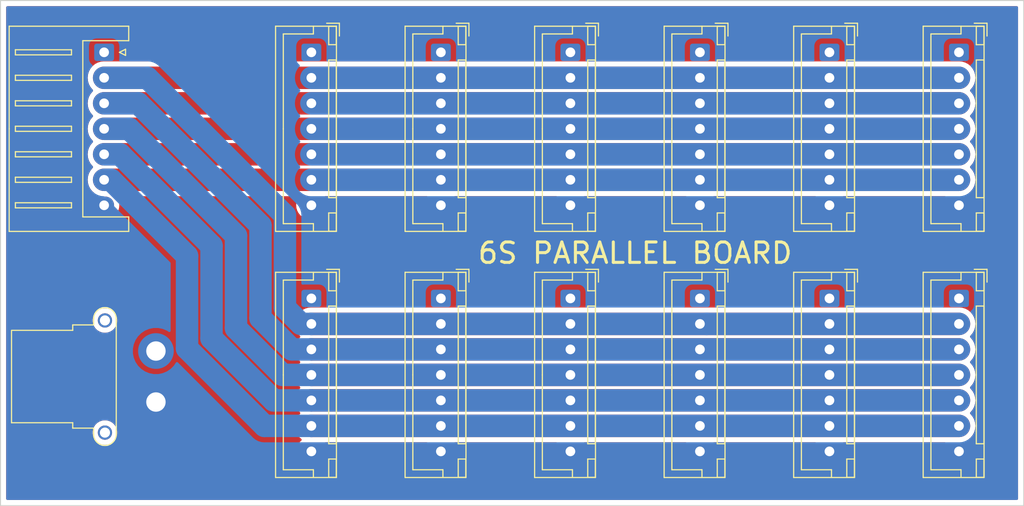
<source format=kicad_pcb>
(kicad_pcb (version 20171130) (host pcbnew "(5.1.9)-1")

  (general
    (thickness 1.6)
    (drawings 5)
    (tracks 46)
    (zones 0)
    (modules 14)
    (nets 8)
  )

  (page A4)
  (layers
    (0 F.Cu signal)
    (31 B.Cu signal)
    (32 B.Adhes user)
    (33 F.Adhes user)
    (34 B.Paste user)
    (35 F.Paste user)
    (36 B.SilkS user)
    (37 F.SilkS user)
    (38 B.Mask user)
    (39 F.Mask user)
    (40 Dwgs.User user)
    (41 Cmts.User user)
    (42 Eco1.User user)
    (43 Eco2.User user)
    (44 Edge.Cuts user)
    (45 Margin user)
    (46 B.CrtYd user)
    (47 F.CrtYd user)
    (48 B.Fab user)
    (49 F.Fab user)
  )

  (setup
    (last_trace_width 0.25)
    (user_trace_width 2.2)
    (user_trace_width 2.3)
    (user_trace_width 2.4)
    (user_trace_width 2.5)
    (trace_clearance 0.2)
    (zone_clearance 0.508)
    (zone_45_only no)
    (trace_min 0.2)
    (via_size 0.8)
    (via_drill 0.4)
    (via_min_size 0.4)
    (via_min_drill 0.3)
    (uvia_size 0.3)
    (uvia_drill 0.1)
    (uvias_allowed no)
    (uvia_min_size 0.2)
    (uvia_min_drill 0.1)
    (edge_width 0.05)
    (segment_width 0.2)
    (pcb_text_width 0.3)
    (pcb_text_size 1.5 1.5)
    (mod_edge_width 0.12)
    (mod_text_size 1 1)
    (mod_text_width 0.15)
    (pad_size 1.524 1.524)
    (pad_drill 0.762)
    (pad_to_mask_clearance 0)
    (aux_axis_origin 0 0)
    (visible_elements 7FFFFFFF)
    (pcbplotparams
      (layerselection 0x010fc_ffffffff)
      (usegerberextensions false)
      (usegerberattributes true)
      (usegerberadvancedattributes true)
      (creategerberjobfile true)
      (excludeedgelayer true)
      (linewidth 0.100000)
      (plotframeref false)
      (viasonmask false)
      (mode 1)
      (useauxorigin false)
      (hpglpennumber 1)
      (hpglpenspeed 20)
      (hpglpendiameter 15.000000)
      (psnegative false)
      (psa4output false)
      (plotreference true)
      (plotvalue true)
      (plotinvisibletext false)
      (padsonsilk false)
      (subtractmaskfromsilk false)
      (outputformat 1)
      (mirror false)
      (drillshape 0)
      (scaleselection 1)
      (outputdirectory "gerber/"))
  )

  (net 0 "")
  (net 1 VCC)
  (net 2 GND)
  (net 3 /B4)
  (net 4 /B3)
  (net 5 /B2)
  (net 6 /B6)
  (net 7 /B5)

  (net_class Default "This is the default net class."
    (clearance 0.2)
    (trace_width 0.25)
    (via_dia 0.8)
    (via_drill 0.4)
    (uvia_dia 0.3)
    (uvia_drill 0.1)
    (add_net /B2)
    (add_net /B3)
    (add_net /B4)
    (add_net /B5)
    (add_net /B6)
    (add_net GND)
    (add_net VCC)
  )

  (module Connector_JST:JST_XH_B7B-XH-A_1x07_P2.50mm_Vertical (layer F.Cu) (tedit 5C28146C) (tstamp 619DB5F9)
    (at 170.18 115.57 270)
    (descr "JST XH series connector, B7B-XH-A (http://www.jst-mfg.com/product/pdf/eng/eXH.pdf), generated with kicad-footprint-generator")
    (tags "connector JST XH vertical")
    (path /61A4C98F)
    (fp_text reference J14 (at 7.5 -3.55 90) (layer F.SilkS) hide
      (effects (font (size 1 1) (thickness 0.15)))
    )
    (fp_text value Conn_01x07 (at 7.5 4.6 90) (layer F.Fab) hide
      (effects (font (size 1 1) (thickness 0.15)))
    )
    (fp_line (start -2.85 -2.75) (end -2.85 -1.5) (layer F.SilkS) (width 0.12))
    (fp_line (start -1.6 -2.75) (end -2.85 -2.75) (layer F.SilkS) (width 0.12))
    (fp_line (start 16.8 2.75) (end 7.5 2.75) (layer F.SilkS) (width 0.12))
    (fp_line (start 16.8 -0.2) (end 16.8 2.75) (layer F.SilkS) (width 0.12))
    (fp_line (start 17.55 -0.2) (end 16.8 -0.2) (layer F.SilkS) (width 0.12))
    (fp_line (start -1.8 2.75) (end 7.5 2.75) (layer F.SilkS) (width 0.12))
    (fp_line (start -1.8 -0.2) (end -1.8 2.75) (layer F.SilkS) (width 0.12))
    (fp_line (start -2.55 -0.2) (end -1.8 -0.2) (layer F.SilkS) (width 0.12))
    (fp_line (start 17.55 -2.45) (end 15.75 -2.45) (layer F.SilkS) (width 0.12))
    (fp_line (start 17.55 -1.7) (end 17.55 -2.45) (layer F.SilkS) (width 0.12))
    (fp_line (start 15.75 -1.7) (end 17.55 -1.7) (layer F.SilkS) (width 0.12))
    (fp_line (start 15.75 -2.45) (end 15.75 -1.7) (layer F.SilkS) (width 0.12))
    (fp_line (start -0.75 -2.45) (end -2.55 -2.45) (layer F.SilkS) (width 0.12))
    (fp_line (start -0.75 -1.7) (end -0.75 -2.45) (layer F.SilkS) (width 0.12))
    (fp_line (start -2.55 -1.7) (end -0.75 -1.7) (layer F.SilkS) (width 0.12))
    (fp_line (start -2.55 -2.45) (end -2.55 -1.7) (layer F.SilkS) (width 0.12))
    (fp_line (start 14.25 -2.45) (end 0.75 -2.45) (layer F.SilkS) (width 0.12))
    (fp_line (start 14.25 -1.7) (end 14.25 -2.45) (layer F.SilkS) (width 0.12))
    (fp_line (start 0.75 -1.7) (end 14.25 -1.7) (layer F.SilkS) (width 0.12))
    (fp_line (start 0.75 -2.45) (end 0.75 -1.7) (layer F.SilkS) (width 0.12))
    (fp_line (start 0 -1.35) (end 0.625 -2.35) (layer F.Fab) (width 0.1))
    (fp_line (start -0.625 -2.35) (end 0 -1.35) (layer F.Fab) (width 0.1))
    (fp_line (start 17.95 -2.85) (end -2.95 -2.85) (layer F.CrtYd) (width 0.05))
    (fp_line (start 17.95 3.9) (end 17.95 -2.85) (layer F.CrtYd) (width 0.05))
    (fp_line (start -2.95 3.9) (end 17.95 3.9) (layer F.CrtYd) (width 0.05))
    (fp_line (start -2.95 -2.85) (end -2.95 3.9) (layer F.CrtYd) (width 0.05))
    (fp_line (start 17.56 -2.46) (end -2.56 -2.46) (layer F.SilkS) (width 0.12))
    (fp_line (start 17.56 3.51) (end 17.56 -2.46) (layer F.SilkS) (width 0.12))
    (fp_line (start -2.56 3.51) (end 17.56 3.51) (layer F.SilkS) (width 0.12))
    (fp_line (start -2.56 -2.46) (end -2.56 3.51) (layer F.SilkS) (width 0.12))
    (fp_line (start 17.45 -2.35) (end -2.45 -2.35) (layer F.Fab) (width 0.1))
    (fp_line (start 17.45 3.4) (end 17.45 -2.35) (layer F.Fab) (width 0.1))
    (fp_line (start -2.45 3.4) (end 17.45 3.4) (layer F.Fab) (width 0.1))
    (fp_line (start -2.45 -2.35) (end -2.45 3.4) (layer F.Fab) (width 0.1))
    (fp_text user %R (at 7.5 2.7 90) (layer F.Fab) hide
      (effects (font (size 1 1) (thickness 0.15)))
    )
    (pad 7 thru_hole oval (at 15 0 270) (size 1.7 1.95) (drill 0.95) (layers *.Cu *.Mask)
      (net 2 GND))
    (pad 6 thru_hole oval (at 12.5 0 270) (size 1.7 1.95) (drill 0.95) (layers *.Cu *.Mask)
      (net 6 /B6))
    (pad 5 thru_hole oval (at 10 0 270) (size 1.7 1.95) (drill 0.95) (layers *.Cu *.Mask)
      (net 7 /B5))
    (pad 4 thru_hole oval (at 7.5 0 270) (size 1.7 1.95) (drill 0.95) (layers *.Cu *.Mask)
      (net 3 /B4))
    (pad 3 thru_hole oval (at 5 0 270) (size 1.7 1.95) (drill 0.95) (layers *.Cu *.Mask)
      (net 4 /B3))
    (pad 2 thru_hole oval (at 2.5 0 270) (size 1.7 1.95) (drill 0.95) (layers *.Cu *.Mask)
      (net 5 /B2))
    (pad 1 thru_hole roundrect (at 0 0 270) (size 1.7 1.95) (drill 0.95) (layers *.Cu *.Mask) (roundrect_rratio 0.1470588235294118)
      (net 1 VCC))
    (model ${KISYS3DMOD}/Connector_JST.3dshapes/JST_XH_B7B-XH-A_1x07_P2.50mm_Vertical.wrl
      (at (xyz 0 0 0))
      (scale (xyz 1 1 1))
      (rotate (xyz 0 0 0))
    )
  )

  (module Connector_JST:JST_XH_B7B-XH-A_1x07_P2.50mm_Vertical (layer F.Cu) (tedit 5C28146C) (tstamp 619DB5CD)
    (at 157.48 115.57 270)
    (descr "JST XH series connector, B7B-XH-A (http://www.jst-mfg.com/product/pdf/eng/eXH.pdf), generated with kicad-footprint-generator")
    (tags "connector JST XH vertical")
    (path /61A405B5)
    (fp_text reference J13 (at 7.5 -3.55 90) (layer F.SilkS) hide
      (effects (font (size 1 1) (thickness 0.15)))
    )
    (fp_text value Conn_01x07 (at 7.5 4.6 90) (layer F.Fab) hide
      (effects (font (size 1 1) (thickness 0.15)))
    )
    (fp_line (start -2.85 -2.75) (end -2.85 -1.5) (layer F.SilkS) (width 0.12))
    (fp_line (start -1.6 -2.75) (end -2.85 -2.75) (layer F.SilkS) (width 0.12))
    (fp_line (start 16.8 2.75) (end 7.5 2.75) (layer F.SilkS) (width 0.12))
    (fp_line (start 16.8 -0.2) (end 16.8 2.75) (layer F.SilkS) (width 0.12))
    (fp_line (start 17.55 -0.2) (end 16.8 -0.2) (layer F.SilkS) (width 0.12))
    (fp_line (start -1.8 2.75) (end 7.5 2.75) (layer F.SilkS) (width 0.12))
    (fp_line (start -1.8 -0.2) (end -1.8 2.75) (layer F.SilkS) (width 0.12))
    (fp_line (start -2.55 -0.2) (end -1.8 -0.2) (layer F.SilkS) (width 0.12))
    (fp_line (start 17.55 -2.45) (end 15.75 -2.45) (layer F.SilkS) (width 0.12))
    (fp_line (start 17.55 -1.7) (end 17.55 -2.45) (layer F.SilkS) (width 0.12))
    (fp_line (start 15.75 -1.7) (end 17.55 -1.7) (layer F.SilkS) (width 0.12))
    (fp_line (start 15.75 -2.45) (end 15.75 -1.7) (layer F.SilkS) (width 0.12))
    (fp_line (start -0.75 -2.45) (end -2.55 -2.45) (layer F.SilkS) (width 0.12))
    (fp_line (start -0.75 -1.7) (end -0.75 -2.45) (layer F.SilkS) (width 0.12))
    (fp_line (start -2.55 -1.7) (end -0.75 -1.7) (layer F.SilkS) (width 0.12))
    (fp_line (start -2.55 -2.45) (end -2.55 -1.7) (layer F.SilkS) (width 0.12))
    (fp_line (start 14.25 -2.45) (end 0.75 -2.45) (layer F.SilkS) (width 0.12))
    (fp_line (start 14.25 -1.7) (end 14.25 -2.45) (layer F.SilkS) (width 0.12))
    (fp_line (start 0.75 -1.7) (end 14.25 -1.7) (layer F.SilkS) (width 0.12))
    (fp_line (start 0.75 -2.45) (end 0.75 -1.7) (layer F.SilkS) (width 0.12))
    (fp_line (start 0 -1.35) (end 0.625 -2.35) (layer F.Fab) (width 0.1))
    (fp_line (start -0.625 -2.35) (end 0 -1.35) (layer F.Fab) (width 0.1))
    (fp_line (start 17.95 -2.85) (end -2.95 -2.85) (layer F.CrtYd) (width 0.05))
    (fp_line (start 17.95 3.9) (end 17.95 -2.85) (layer F.CrtYd) (width 0.05))
    (fp_line (start -2.95 3.9) (end 17.95 3.9) (layer F.CrtYd) (width 0.05))
    (fp_line (start -2.95 -2.85) (end -2.95 3.9) (layer F.CrtYd) (width 0.05))
    (fp_line (start 17.56 -2.46) (end -2.56 -2.46) (layer F.SilkS) (width 0.12))
    (fp_line (start 17.56 3.51) (end 17.56 -2.46) (layer F.SilkS) (width 0.12))
    (fp_line (start -2.56 3.51) (end 17.56 3.51) (layer F.SilkS) (width 0.12))
    (fp_line (start -2.56 -2.46) (end -2.56 3.51) (layer F.SilkS) (width 0.12))
    (fp_line (start 17.45 -2.35) (end -2.45 -2.35) (layer F.Fab) (width 0.1))
    (fp_line (start 17.45 3.4) (end 17.45 -2.35) (layer F.Fab) (width 0.1))
    (fp_line (start -2.45 3.4) (end 17.45 3.4) (layer F.Fab) (width 0.1))
    (fp_line (start -2.45 -2.35) (end -2.45 3.4) (layer F.Fab) (width 0.1))
    (fp_text user %R (at 7.5 2.7 90) (layer F.Fab) hide
      (effects (font (size 1 1) (thickness 0.15)))
    )
    (pad 7 thru_hole oval (at 15 0 270) (size 1.7 1.95) (drill 0.95) (layers *.Cu *.Mask)
      (net 2 GND))
    (pad 6 thru_hole oval (at 12.5 0 270) (size 1.7 1.95) (drill 0.95) (layers *.Cu *.Mask)
      (net 6 /B6))
    (pad 5 thru_hole oval (at 10 0 270) (size 1.7 1.95) (drill 0.95) (layers *.Cu *.Mask)
      (net 7 /B5))
    (pad 4 thru_hole oval (at 7.5 0 270) (size 1.7 1.95) (drill 0.95) (layers *.Cu *.Mask)
      (net 3 /B4))
    (pad 3 thru_hole oval (at 5 0 270) (size 1.7 1.95) (drill 0.95) (layers *.Cu *.Mask)
      (net 4 /B3))
    (pad 2 thru_hole oval (at 2.5 0 270) (size 1.7 1.95) (drill 0.95) (layers *.Cu *.Mask)
      (net 5 /B2))
    (pad 1 thru_hole roundrect (at 0 0 270) (size 1.7 1.95) (drill 0.95) (layers *.Cu *.Mask) (roundrect_rratio 0.1470588235294118)
      (net 1 VCC))
    (model ${KISYS3DMOD}/Connector_JST.3dshapes/JST_XH_B7B-XH-A_1x07_P2.50mm_Vertical.wrl
      (at (xyz 0 0 0))
      (scale (xyz 1 1 1))
      (rotate (xyz 0 0 0))
    )
  )

  (module Connector_JST:JST_XH_B7B-XH-A_1x07_P2.50mm_Vertical (layer F.Cu) (tedit 5C28146C) (tstamp 619DB5A1)
    (at 144.78 115.57 270)
    (descr "JST XH series connector, B7B-XH-A (http://www.jst-mfg.com/product/pdf/eng/eXH.pdf), generated with kicad-footprint-generator")
    (tags "connector JST XH vertical")
    (path /61A2DF4F)
    (fp_text reference J12 (at 7.5 -3.55 90) (layer F.SilkS) hide
      (effects (font (size 1 1) (thickness 0.15)))
    )
    (fp_text value Conn_01x07 (at 7.5 4.6 90) (layer F.Fab) hide
      (effects (font (size 1 1) (thickness 0.15)))
    )
    (fp_line (start -2.85 -2.75) (end -2.85 -1.5) (layer F.SilkS) (width 0.12))
    (fp_line (start -1.6 -2.75) (end -2.85 -2.75) (layer F.SilkS) (width 0.12))
    (fp_line (start 16.8 2.75) (end 7.5 2.75) (layer F.SilkS) (width 0.12))
    (fp_line (start 16.8 -0.2) (end 16.8 2.75) (layer F.SilkS) (width 0.12))
    (fp_line (start 17.55 -0.2) (end 16.8 -0.2) (layer F.SilkS) (width 0.12))
    (fp_line (start -1.8 2.75) (end 7.5 2.75) (layer F.SilkS) (width 0.12))
    (fp_line (start -1.8 -0.2) (end -1.8 2.75) (layer F.SilkS) (width 0.12))
    (fp_line (start -2.55 -0.2) (end -1.8 -0.2) (layer F.SilkS) (width 0.12))
    (fp_line (start 17.55 -2.45) (end 15.75 -2.45) (layer F.SilkS) (width 0.12))
    (fp_line (start 17.55 -1.7) (end 17.55 -2.45) (layer F.SilkS) (width 0.12))
    (fp_line (start 15.75 -1.7) (end 17.55 -1.7) (layer F.SilkS) (width 0.12))
    (fp_line (start 15.75 -2.45) (end 15.75 -1.7) (layer F.SilkS) (width 0.12))
    (fp_line (start -0.75 -2.45) (end -2.55 -2.45) (layer F.SilkS) (width 0.12))
    (fp_line (start -0.75 -1.7) (end -0.75 -2.45) (layer F.SilkS) (width 0.12))
    (fp_line (start -2.55 -1.7) (end -0.75 -1.7) (layer F.SilkS) (width 0.12))
    (fp_line (start -2.55 -2.45) (end -2.55 -1.7) (layer F.SilkS) (width 0.12))
    (fp_line (start 14.25 -2.45) (end 0.75 -2.45) (layer F.SilkS) (width 0.12))
    (fp_line (start 14.25 -1.7) (end 14.25 -2.45) (layer F.SilkS) (width 0.12))
    (fp_line (start 0.75 -1.7) (end 14.25 -1.7) (layer F.SilkS) (width 0.12))
    (fp_line (start 0.75 -2.45) (end 0.75 -1.7) (layer F.SilkS) (width 0.12))
    (fp_line (start 0 -1.35) (end 0.625 -2.35) (layer F.Fab) (width 0.1))
    (fp_line (start -0.625 -2.35) (end 0 -1.35) (layer F.Fab) (width 0.1))
    (fp_line (start 17.95 -2.85) (end -2.95 -2.85) (layer F.CrtYd) (width 0.05))
    (fp_line (start 17.95 3.9) (end 17.95 -2.85) (layer F.CrtYd) (width 0.05))
    (fp_line (start -2.95 3.9) (end 17.95 3.9) (layer F.CrtYd) (width 0.05))
    (fp_line (start -2.95 -2.85) (end -2.95 3.9) (layer F.CrtYd) (width 0.05))
    (fp_line (start 17.56 -2.46) (end -2.56 -2.46) (layer F.SilkS) (width 0.12))
    (fp_line (start 17.56 3.51) (end 17.56 -2.46) (layer F.SilkS) (width 0.12))
    (fp_line (start -2.56 3.51) (end 17.56 3.51) (layer F.SilkS) (width 0.12))
    (fp_line (start -2.56 -2.46) (end -2.56 3.51) (layer F.SilkS) (width 0.12))
    (fp_line (start 17.45 -2.35) (end -2.45 -2.35) (layer F.Fab) (width 0.1))
    (fp_line (start 17.45 3.4) (end 17.45 -2.35) (layer F.Fab) (width 0.1))
    (fp_line (start -2.45 3.4) (end 17.45 3.4) (layer F.Fab) (width 0.1))
    (fp_line (start -2.45 -2.35) (end -2.45 3.4) (layer F.Fab) (width 0.1))
    (fp_text user %R (at 7.5 2.7 90) (layer F.Fab) hide
      (effects (font (size 1 1) (thickness 0.15)))
    )
    (pad 7 thru_hole oval (at 15 0 270) (size 1.7 1.95) (drill 0.95) (layers *.Cu *.Mask)
      (net 2 GND))
    (pad 6 thru_hole oval (at 12.5 0 270) (size 1.7 1.95) (drill 0.95) (layers *.Cu *.Mask)
      (net 6 /B6))
    (pad 5 thru_hole oval (at 10 0 270) (size 1.7 1.95) (drill 0.95) (layers *.Cu *.Mask)
      (net 7 /B5))
    (pad 4 thru_hole oval (at 7.5 0 270) (size 1.7 1.95) (drill 0.95) (layers *.Cu *.Mask)
      (net 3 /B4))
    (pad 3 thru_hole oval (at 5 0 270) (size 1.7 1.95) (drill 0.95) (layers *.Cu *.Mask)
      (net 4 /B3))
    (pad 2 thru_hole oval (at 2.5 0 270) (size 1.7 1.95) (drill 0.95) (layers *.Cu *.Mask)
      (net 5 /B2))
    (pad 1 thru_hole roundrect (at 0 0 270) (size 1.7 1.95) (drill 0.95) (layers *.Cu *.Mask) (roundrect_rratio 0.1470588235294118)
      (net 1 VCC))
    (model ${KISYS3DMOD}/Connector_JST.3dshapes/JST_XH_B7B-XH-A_1x07_P2.50mm_Vertical.wrl
      (at (xyz 0 0 0))
      (scale (xyz 1 1 1))
      (rotate (xyz 0 0 0))
    )
  )

  (module Connector_JST:JST_XH_B7B-XH-A_1x07_P2.50mm_Vertical (layer F.Cu) (tedit 5C28146C) (tstamp 619DB575)
    (at 132.08 115.57 270)
    (descr "JST XH series connector, B7B-XH-A (http://www.jst-mfg.com/product/pdf/eng/eXH.pdf), generated with kicad-footprint-generator")
    (tags "connector JST XH vertical")
    (path /61A4C974)
    (fp_text reference J11 (at 7.5 -3.55 90) (layer F.SilkS) hide
      (effects (font (size 1 1) (thickness 0.15)))
    )
    (fp_text value Conn_01x07 (at 7.5 4.6 90) (layer F.Fab) hide
      (effects (font (size 1 1) (thickness 0.15)))
    )
    (fp_line (start -2.85 -2.75) (end -2.85 -1.5) (layer F.SilkS) (width 0.12))
    (fp_line (start -1.6 -2.75) (end -2.85 -2.75) (layer F.SilkS) (width 0.12))
    (fp_line (start 16.8 2.75) (end 7.5 2.75) (layer F.SilkS) (width 0.12))
    (fp_line (start 16.8 -0.2) (end 16.8 2.75) (layer F.SilkS) (width 0.12))
    (fp_line (start 17.55 -0.2) (end 16.8 -0.2) (layer F.SilkS) (width 0.12))
    (fp_line (start -1.8 2.75) (end 7.5 2.75) (layer F.SilkS) (width 0.12))
    (fp_line (start -1.8 -0.2) (end -1.8 2.75) (layer F.SilkS) (width 0.12))
    (fp_line (start -2.55 -0.2) (end -1.8 -0.2) (layer F.SilkS) (width 0.12))
    (fp_line (start 17.55 -2.45) (end 15.75 -2.45) (layer F.SilkS) (width 0.12))
    (fp_line (start 17.55 -1.7) (end 17.55 -2.45) (layer F.SilkS) (width 0.12))
    (fp_line (start 15.75 -1.7) (end 17.55 -1.7) (layer F.SilkS) (width 0.12))
    (fp_line (start 15.75 -2.45) (end 15.75 -1.7) (layer F.SilkS) (width 0.12))
    (fp_line (start -0.75 -2.45) (end -2.55 -2.45) (layer F.SilkS) (width 0.12))
    (fp_line (start -0.75 -1.7) (end -0.75 -2.45) (layer F.SilkS) (width 0.12))
    (fp_line (start -2.55 -1.7) (end -0.75 -1.7) (layer F.SilkS) (width 0.12))
    (fp_line (start -2.55 -2.45) (end -2.55 -1.7) (layer F.SilkS) (width 0.12))
    (fp_line (start 14.25 -2.45) (end 0.75 -2.45) (layer F.SilkS) (width 0.12))
    (fp_line (start 14.25 -1.7) (end 14.25 -2.45) (layer F.SilkS) (width 0.12))
    (fp_line (start 0.75 -1.7) (end 14.25 -1.7) (layer F.SilkS) (width 0.12))
    (fp_line (start 0.75 -2.45) (end 0.75 -1.7) (layer F.SilkS) (width 0.12))
    (fp_line (start 0 -1.35) (end 0.625 -2.35) (layer F.Fab) (width 0.1))
    (fp_line (start -0.625 -2.35) (end 0 -1.35) (layer F.Fab) (width 0.1))
    (fp_line (start 17.95 -2.85) (end -2.95 -2.85) (layer F.CrtYd) (width 0.05))
    (fp_line (start 17.95 3.9) (end 17.95 -2.85) (layer F.CrtYd) (width 0.05))
    (fp_line (start -2.95 3.9) (end 17.95 3.9) (layer F.CrtYd) (width 0.05))
    (fp_line (start -2.95 -2.85) (end -2.95 3.9) (layer F.CrtYd) (width 0.05))
    (fp_line (start 17.56 -2.46) (end -2.56 -2.46) (layer F.SilkS) (width 0.12))
    (fp_line (start 17.56 3.51) (end 17.56 -2.46) (layer F.SilkS) (width 0.12))
    (fp_line (start -2.56 3.51) (end 17.56 3.51) (layer F.SilkS) (width 0.12))
    (fp_line (start -2.56 -2.46) (end -2.56 3.51) (layer F.SilkS) (width 0.12))
    (fp_line (start 17.45 -2.35) (end -2.45 -2.35) (layer F.Fab) (width 0.1))
    (fp_line (start 17.45 3.4) (end 17.45 -2.35) (layer F.Fab) (width 0.1))
    (fp_line (start -2.45 3.4) (end 17.45 3.4) (layer F.Fab) (width 0.1))
    (fp_line (start -2.45 -2.35) (end -2.45 3.4) (layer F.Fab) (width 0.1))
    (fp_text user %R (at 7.5 2.7 90) (layer F.Fab) hide
      (effects (font (size 1 1) (thickness 0.15)))
    )
    (pad 7 thru_hole oval (at 15 0 270) (size 1.7 1.95) (drill 0.95) (layers *.Cu *.Mask)
      (net 2 GND))
    (pad 6 thru_hole oval (at 12.5 0 270) (size 1.7 1.95) (drill 0.95) (layers *.Cu *.Mask)
      (net 6 /B6))
    (pad 5 thru_hole oval (at 10 0 270) (size 1.7 1.95) (drill 0.95) (layers *.Cu *.Mask)
      (net 7 /B5))
    (pad 4 thru_hole oval (at 7.5 0 270) (size 1.7 1.95) (drill 0.95) (layers *.Cu *.Mask)
      (net 3 /B4))
    (pad 3 thru_hole oval (at 5 0 270) (size 1.7 1.95) (drill 0.95) (layers *.Cu *.Mask)
      (net 4 /B3))
    (pad 2 thru_hole oval (at 2.5 0 270) (size 1.7 1.95) (drill 0.95) (layers *.Cu *.Mask)
      (net 5 /B2))
    (pad 1 thru_hole roundrect (at 0 0 270) (size 1.7 1.95) (drill 0.95) (layers *.Cu *.Mask) (roundrect_rratio 0.1470588235294118)
      (net 1 VCC))
    (model ${KISYS3DMOD}/Connector_JST.3dshapes/JST_XH_B7B-XH-A_1x07_P2.50mm_Vertical.wrl
      (at (xyz 0 0 0))
      (scale (xyz 1 1 1))
      (rotate (xyz 0 0 0))
    )
  )

  (module Connector_JST:JST_XH_B7B-XH-A_1x07_P2.50mm_Vertical (layer F.Cu) (tedit 5C28146C) (tstamp 619DB549)
    (at 119.38 115.57 270)
    (descr "JST XH series connector, B7B-XH-A (http://www.jst-mfg.com/product/pdf/eng/eXH.pdf), generated with kicad-footprint-generator")
    (tags "connector JST XH vertical")
    (path /61A4059A)
    (fp_text reference J10 (at 7.5 -3.55 90) (layer F.SilkS) hide
      (effects (font (size 1 1) (thickness 0.15)))
    )
    (fp_text value Conn_01x07 (at 7.5 4.6 90) (layer F.Fab) hide
      (effects (font (size 1 1) (thickness 0.15)))
    )
    (fp_line (start -2.85 -2.75) (end -2.85 -1.5) (layer F.SilkS) (width 0.12))
    (fp_line (start -1.6 -2.75) (end -2.85 -2.75) (layer F.SilkS) (width 0.12))
    (fp_line (start 16.8 2.75) (end 7.5 2.75) (layer F.SilkS) (width 0.12))
    (fp_line (start 16.8 -0.2) (end 16.8 2.75) (layer F.SilkS) (width 0.12))
    (fp_line (start 17.55 -0.2) (end 16.8 -0.2) (layer F.SilkS) (width 0.12))
    (fp_line (start -1.8 2.75) (end 7.5 2.75) (layer F.SilkS) (width 0.12))
    (fp_line (start -1.8 -0.2) (end -1.8 2.75) (layer F.SilkS) (width 0.12))
    (fp_line (start -2.55 -0.2) (end -1.8 -0.2) (layer F.SilkS) (width 0.12))
    (fp_line (start 17.55 -2.45) (end 15.75 -2.45) (layer F.SilkS) (width 0.12))
    (fp_line (start 17.55 -1.7) (end 17.55 -2.45) (layer F.SilkS) (width 0.12))
    (fp_line (start 15.75 -1.7) (end 17.55 -1.7) (layer F.SilkS) (width 0.12))
    (fp_line (start 15.75 -2.45) (end 15.75 -1.7) (layer F.SilkS) (width 0.12))
    (fp_line (start -0.75 -2.45) (end -2.55 -2.45) (layer F.SilkS) (width 0.12))
    (fp_line (start -0.75 -1.7) (end -0.75 -2.45) (layer F.SilkS) (width 0.12))
    (fp_line (start -2.55 -1.7) (end -0.75 -1.7) (layer F.SilkS) (width 0.12))
    (fp_line (start -2.55 -2.45) (end -2.55 -1.7) (layer F.SilkS) (width 0.12))
    (fp_line (start 14.25 -2.45) (end 0.75 -2.45) (layer F.SilkS) (width 0.12))
    (fp_line (start 14.25 -1.7) (end 14.25 -2.45) (layer F.SilkS) (width 0.12))
    (fp_line (start 0.75 -1.7) (end 14.25 -1.7) (layer F.SilkS) (width 0.12))
    (fp_line (start 0.75 -2.45) (end 0.75 -1.7) (layer F.SilkS) (width 0.12))
    (fp_line (start 0 -1.35) (end 0.625 -2.35) (layer F.Fab) (width 0.1))
    (fp_line (start -0.625 -2.35) (end 0 -1.35) (layer F.Fab) (width 0.1))
    (fp_line (start 17.95 -2.85) (end -2.95 -2.85) (layer F.CrtYd) (width 0.05))
    (fp_line (start 17.95 3.9) (end 17.95 -2.85) (layer F.CrtYd) (width 0.05))
    (fp_line (start -2.95 3.9) (end 17.95 3.9) (layer F.CrtYd) (width 0.05))
    (fp_line (start -2.95 -2.85) (end -2.95 3.9) (layer F.CrtYd) (width 0.05))
    (fp_line (start 17.56 -2.46) (end -2.56 -2.46) (layer F.SilkS) (width 0.12))
    (fp_line (start 17.56 3.51) (end 17.56 -2.46) (layer F.SilkS) (width 0.12))
    (fp_line (start -2.56 3.51) (end 17.56 3.51) (layer F.SilkS) (width 0.12))
    (fp_line (start -2.56 -2.46) (end -2.56 3.51) (layer F.SilkS) (width 0.12))
    (fp_line (start 17.45 -2.35) (end -2.45 -2.35) (layer F.Fab) (width 0.1))
    (fp_line (start 17.45 3.4) (end 17.45 -2.35) (layer F.Fab) (width 0.1))
    (fp_line (start -2.45 3.4) (end 17.45 3.4) (layer F.Fab) (width 0.1))
    (fp_line (start -2.45 -2.35) (end -2.45 3.4) (layer F.Fab) (width 0.1))
    (fp_text user %R (at 7.5 2.7 90) (layer F.Fab) hide
      (effects (font (size 1 1) (thickness 0.15)))
    )
    (pad 7 thru_hole oval (at 15 0 270) (size 1.7 1.95) (drill 0.95) (layers *.Cu *.Mask)
      (net 2 GND))
    (pad 6 thru_hole oval (at 12.5 0 270) (size 1.7 1.95) (drill 0.95) (layers *.Cu *.Mask)
      (net 6 /B6))
    (pad 5 thru_hole oval (at 10 0 270) (size 1.7 1.95) (drill 0.95) (layers *.Cu *.Mask)
      (net 7 /B5))
    (pad 4 thru_hole oval (at 7.5 0 270) (size 1.7 1.95) (drill 0.95) (layers *.Cu *.Mask)
      (net 3 /B4))
    (pad 3 thru_hole oval (at 5 0 270) (size 1.7 1.95) (drill 0.95) (layers *.Cu *.Mask)
      (net 4 /B3))
    (pad 2 thru_hole oval (at 2.5 0 270) (size 1.7 1.95) (drill 0.95) (layers *.Cu *.Mask)
      (net 5 /B2))
    (pad 1 thru_hole roundrect (at 0 0 270) (size 1.7 1.95) (drill 0.95) (layers *.Cu *.Mask) (roundrect_rratio 0.1470588235294118)
      (net 1 VCC))
    (model ${KISYS3DMOD}/Connector_JST.3dshapes/JST_XH_B7B-XH-A_1x07_P2.50mm_Vertical.wrl
      (at (xyz 0 0 0))
      (scale (xyz 1 1 1))
      (rotate (xyz 0 0 0))
    )
  )

  (module Connector_JST:JST_XH_B7B-XH-A_1x07_P2.50mm_Vertical (layer F.Cu) (tedit 5C28146C) (tstamp 619DB51D)
    (at 106.68 115.57 270)
    (descr "JST XH series connector, B7B-XH-A (http://www.jst-mfg.com/product/pdf/eng/eXH.pdf), generated with kicad-footprint-generator")
    (tags "connector JST XH vertical")
    (path /61A2DF34)
    (fp_text reference J9 (at 7.5 -3.55 90) (layer F.SilkS) hide
      (effects (font (size 1 1) (thickness 0.15)))
    )
    (fp_text value Conn_01x07 (at 7.5 4.6 90) (layer F.Fab) hide
      (effects (font (size 1 1) (thickness 0.15)))
    )
    (fp_line (start -2.85 -2.75) (end -2.85 -1.5) (layer F.SilkS) (width 0.12))
    (fp_line (start -1.6 -2.75) (end -2.85 -2.75) (layer F.SilkS) (width 0.12))
    (fp_line (start 16.8 2.75) (end 7.5 2.75) (layer F.SilkS) (width 0.12))
    (fp_line (start 16.8 -0.2) (end 16.8 2.75) (layer F.SilkS) (width 0.12))
    (fp_line (start 17.55 -0.2) (end 16.8 -0.2) (layer F.SilkS) (width 0.12))
    (fp_line (start -1.8 2.75) (end 7.5 2.75) (layer F.SilkS) (width 0.12))
    (fp_line (start -1.8 -0.2) (end -1.8 2.75) (layer F.SilkS) (width 0.12))
    (fp_line (start -2.55 -0.2) (end -1.8 -0.2) (layer F.SilkS) (width 0.12))
    (fp_line (start 17.55 -2.45) (end 15.75 -2.45) (layer F.SilkS) (width 0.12))
    (fp_line (start 17.55 -1.7) (end 17.55 -2.45) (layer F.SilkS) (width 0.12))
    (fp_line (start 15.75 -1.7) (end 17.55 -1.7) (layer F.SilkS) (width 0.12))
    (fp_line (start 15.75 -2.45) (end 15.75 -1.7) (layer F.SilkS) (width 0.12))
    (fp_line (start -0.75 -2.45) (end -2.55 -2.45) (layer F.SilkS) (width 0.12))
    (fp_line (start -0.75 -1.7) (end -0.75 -2.45) (layer F.SilkS) (width 0.12))
    (fp_line (start -2.55 -1.7) (end -0.75 -1.7) (layer F.SilkS) (width 0.12))
    (fp_line (start -2.55 -2.45) (end -2.55 -1.7) (layer F.SilkS) (width 0.12))
    (fp_line (start 14.25 -2.45) (end 0.75 -2.45) (layer F.SilkS) (width 0.12))
    (fp_line (start 14.25 -1.7) (end 14.25 -2.45) (layer F.SilkS) (width 0.12))
    (fp_line (start 0.75 -1.7) (end 14.25 -1.7) (layer F.SilkS) (width 0.12))
    (fp_line (start 0.75 -2.45) (end 0.75 -1.7) (layer F.SilkS) (width 0.12))
    (fp_line (start 0 -1.35) (end 0.625 -2.35) (layer F.Fab) (width 0.1))
    (fp_line (start -0.625 -2.35) (end 0 -1.35) (layer F.Fab) (width 0.1))
    (fp_line (start 17.95 -2.85) (end -2.95 -2.85) (layer F.CrtYd) (width 0.05))
    (fp_line (start 17.95 3.9) (end 17.95 -2.85) (layer F.CrtYd) (width 0.05))
    (fp_line (start -2.95 3.9) (end 17.95 3.9) (layer F.CrtYd) (width 0.05))
    (fp_line (start -2.95 -2.85) (end -2.95 3.9) (layer F.CrtYd) (width 0.05))
    (fp_line (start 17.56 -2.46) (end -2.56 -2.46) (layer F.SilkS) (width 0.12))
    (fp_line (start 17.56 3.51) (end 17.56 -2.46) (layer F.SilkS) (width 0.12))
    (fp_line (start -2.56 3.51) (end 17.56 3.51) (layer F.SilkS) (width 0.12))
    (fp_line (start -2.56 -2.46) (end -2.56 3.51) (layer F.SilkS) (width 0.12))
    (fp_line (start 17.45 -2.35) (end -2.45 -2.35) (layer F.Fab) (width 0.1))
    (fp_line (start 17.45 3.4) (end 17.45 -2.35) (layer F.Fab) (width 0.1))
    (fp_line (start -2.45 3.4) (end 17.45 3.4) (layer F.Fab) (width 0.1))
    (fp_line (start -2.45 -2.35) (end -2.45 3.4) (layer F.Fab) (width 0.1))
    (fp_text user %R (at 7.5 2.7 90) (layer F.Fab) hide
      (effects (font (size 1 1) (thickness 0.15)))
    )
    (pad 7 thru_hole oval (at 15 0 270) (size 1.7 1.95) (drill 0.95) (layers *.Cu *.Mask)
      (net 2 GND))
    (pad 6 thru_hole oval (at 12.5 0 270) (size 1.7 1.95) (drill 0.95) (layers *.Cu *.Mask)
      (net 6 /B6))
    (pad 5 thru_hole oval (at 10 0 270) (size 1.7 1.95) (drill 0.95) (layers *.Cu *.Mask)
      (net 7 /B5))
    (pad 4 thru_hole oval (at 7.5 0 270) (size 1.7 1.95) (drill 0.95) (layers *.Cu *.Mask)
      (net 3 /B4))
    (pad 3 thru_hole oval (at 5 0 270) (size 1.7 1.95) (drill 0.95) (layers *.Cu *.Mask)
      (net 4 /B3))
    (pad 2 thru_hole oval (at 2.5 0 270) (size 1.7 1.95) (drill 0.95) (layers *.Cu *.Mask)
      (net 5 /B2))
    (pad 1 thru_hole roundrect (at 0 0 270) (size 1.7 1.95) (drill 0.95) (layers *.Cu *.Mask) (roundrect_rratio 0.1470588235294118)
      (net 1 VCC))
    (model ${KISYS3DMOD}/Connector_JST.3dshapes/JST_XH_B7B-XH-A_1x07_P2.50mm_Vertical.wrl
      (at (xyz 0 0 0))
      (scale (xyz 1 1 1))
      (rotate (xyz 0 0 0))
    )
  )

  (module Connector_JST:JST_XH_B7B-XH-A_1x07_P2.50mm_Vertical (layer F.Cu) (tedit 5C28146C) (tstamp 619DB4F1)
    (at 170.18 91.44 270)
    (descr "JST XH series connector, B7B-XH-A (http://www.jst-mfg.com/product/pdf/eng/eXH.pdf), generated with kicad-footprint-generator")
    (tags "connector JST XH vertical")
    (path /61A4C959)
    (fp_text reference J8 (at 7.5 -3.55 90) (layer F.SilkS) hide
      (effects (font (size 1 1) (thickness 0.15)))
    )
    (fp_text value Conn_01x07 (at 7.5 4.6 90) (layer F.Fab) hide
      (effects (font (size 1 1) (thickness 0.15)))
    )
    (fp_line (start -2.85 -2.75) (end -2.85 -1.5) (layer F.SilkS) (width 0.12))
    (fp_line (start -1.6 -2.75) (end -2.85 -2.75) (layer F.SilkS) (width 0.12))
    (fp_line (start 16.8 2.75) (end 7.5 2.75) (layer F.SilkS) (width 0.12))
    (fp_line (start 16.8 -0.2) (end 16.8 2.75) (layer F.SilkS) (width 0.12))
    (fp_line (start 17.55 -0.2) (end 16.8 -0.2) (layer F.SilkS) (width 0.12))
    (fp_line (start -1.8 2.75) (end 7.5 2.75) (layer F.SilkS) (width 0.12))
    (fp_line (start -1.8 -0.2) (end -1.8 2.75) (layer F.SilkS) (width 0.12))
    (fp_line (start -2.55 -0.2) (end -1.8 -0.2) (layer F.SilkS) (width 0.12))
    (fp_line (start 17.55 -2.45) (end 15.75 -2.45) (layer F.SilkS) (width 0.12))
    (fp_line (start 17.55 -1.7) (end 17.55 -2.45) (layer F.SilkS) (width 0.12))
    (fp_line (start 15.75 -1.7) (end 17.55 -1.7) (layer F.SilkS) (width 0.12))
    (fp_line (start 15.75 -2.45) (end 15.75 -1.7) (layer F.SilkS) (width 0.12))
    (fp_line (start -0.75 -2.45) (end -2.55 -2.45) (layer F.SilkS) (width 0.12))
    (fp_line (start -0.75 -1.7) (end -0.75 -2.45) (layer F.SilkS) (width 0.12))
    (fp_line (start -2.55 -1.7) (end -0.75 -1.7) (layer F.SilkS) (width 0.12))
    (fp_line (start -2.55 -2.45) (end -2.55 -1.7) (layer F.SilkS) (width 0.12))
    (fp_line (start 14.25 -2.45) (end 0.75 -2.45) (layer F.SilkS) (width 0.12))
    (fp_line (start 14.25 -1.7) (end 14.25 -2.45) (layer F.SilkS) (width 0.12))
    (fp_line (start 0.75 -1.7) (end 14.25 -1.7) (layer F.SilkS) (width 0.12))
    (fp_line (start 0.75 -2.45) (end 0.75 -1.7) (layer F.SilkS) (width 0.12))
    (fp_line (start 0 -1.35) (end 0.625 -2.35) (layer F.Fab) (width 0.1))
    (fp_line (start -0.625 -2.35) (end 0 -1.35) (layer F.Fab) (width 0.1))
    (fp_line (start 17.95 -2.85) (end -2.95 -2.85) (layer F.CrtYd) (width 0.05))
    (fp_line (start 17.95 3.9) (end 17.95 -2.85) (layer F.CrtYd) (width 0.05))
    (fp_line (start -2.95 3.9) (end 17.95 3.9) (layer F.CrtYd) (width 0.05))
    (fp_line (start -2.95 -2.85) (end -2.95 3.9) (layer F.CrtYd) (width 0.05))
    (fp_line (start 17.56 -2.46) (end -2.56 -2.46) (layer F.SilkS) (width 0.12))
    (fp_line (start 17.56 3.51) (end 17.56 -2.46) (layer F.SilkS) (width 0.12))
    (fp_line (start -2.56 3.51) (end 17.56 3.51) (layer F.SilkS) (width 0.12))
    (fp_line (start -2.56 -2.46) (end -2.56 3.51) (layer F.SilkS) (width 0.12))
    (fp_line (start 17.45 -2.35) (end -2.45 -2.35) (layer F.Fab) (width 0.1))
    (fp_line (start 17.45 3.4) (end 17.45 -2.35) (layer F.Fab) (width 0.1))
    (fp_line (start -2.45 3.4) (end 17.45 3.4) (layer F.Fab) (width 0.1))
    (fp_line (start -2.45 -2.35) (end -2.45 3.4) (layer F.Fab) (width 0.1))
    (fp_text user %R (at 7.5 2.7 90) (layer F.Fab) hide
      (effects (font (size 1 1) (thickness 0.15)))
    )
    (pad 7 thru_hole oval (at 15 0 270) (size 1.7 1.95) (drill 0.95) (layers *.Cu *.Mask)
      (net 2 GND))
    (pad 6 thru_hole oval (at 12.5 0 270) (size 1.7 1.95) (drill 0.95) (layers *.Cu *.Mask)
      (net 6 /B6))
    (pad 5 thru_hole oval (at 10 0 270) (size 1.7 1.95) (drill 0.95) (layers *.Cu *.Mask)
      (net 7 /B5))
    (pad 4 thru_hole oval (at 7.5 0 270) (size 1.7 1.95) (drill 0.95) (layers *.Cu *.Mask)
      (net 3 /B4))
    (pad 3 thru_hole oval (at 5 0 270) (size 1.7 1.95) (drill 0.95) (layers *.Cu *.Mask)
      (net 4 /B3))
    (pad 2 thru_hole oval (at 2.5 0 270) (size 1.7 1.95) (drill 0.95) (layers *.Cu *.Mask)
      (net 5 /B2))
    (pad 1 thru_hole roundrect (at 0 0 270) (size 1.7 1.95) (drill 0.95) (layers *.Cu *.Mask) (roundrect_rratio 0.1470588235294118)
      (net 1 VCC))
    (model ${KISYS3DMOD}/Connector_JST.3dshapes/JST_XH_B7B-XH-A_1x07_P2.50mm_Vertical.wrl
      (at (xyz 0 0 0))
      (scale (xyz 1 1 1))
      (rotate (xyz 0 0 0))
    )
  )

  (module Connector_JST:JST_XH_B7B-XH-A_1x07_P2.50mm_Vertical (layer F.Cu) (tedit 5C28146C) (tstamp 619DB4C5)
    (at 157.48 91.44 270)
    (descr "JST XH series connector, B7B-XH-A (http://www.jst-mfg.com/product/pdf/eng/eXH.pdf), generated with kicad-footprint-generator")
    (tags "connector JST XH vertical")
    (path /61A4057F)
    (fp_text reference J7 (at 7.5 -3.55 90) (layer F.SilkS) hide
      (effects (font (size 1 1) (thickness 0.15)))
    )
    (fp_text value Conn_01x07 (at 7.5 4.6 90) (layer F.Fab) hide
      (effects (font (size 1 1) (thickness 0.15)))
    )
    (fp_line (start -2.85 -2.75) (end -2.85 -1.5) (layer F.SilkS) (width 0.12))
    (fp_line (start -1.6 -2.75) (end -2.85 -2.75) (layer F.SilkS) (width 0.12))
    (fp_line (start 16.8 2.75) (end 7.5 2.75) (layer F.SilkS) (width 0.12))
    (fp_line (start 16.8 -0.2) (end 16.8 2.75) (layer F.SilkS) (width 0.12))
    (fp_line (start 17.55 -0.2) (end 16.8 -0.2) (layer F.SilkS) (width 0.12))
    (fp_line (start -1.8 2.75) (end 7.5 2.75) (layer F.SilkS) (width 0.12))
    (fp_line (start -1.8 -0.2) (end -1.8 2.75) (layer F.SilkS) (width 0.12))
    (fp_line (start -2.55 -0.2) (end -1.8 -0.2) (layer F.SilkS) (width 0.12))
    (fp_line (start 17.55 -2.45) (end 15.75 -2.45) (layer F.SilkS) (width 0.12))
    (fp_line (start 17.55 -1.7) (end 17.55 -2.45) (layer F.SilkS) (width 0.12))
    (fp_line (start 15.75 -1.7) (end 17.55 -1.7) (layer F.SilkS) (width 0.12))
    (fp_line (start 15.75 -2.45) (end 15.75 -1.7) (layer F.SilkS) (width 0.12))
    (fp_line (start -0.75 -2.45) (end -2.55 -2.45) (layer F.SilkS) (width 0.12))
    (fp_line (start -0.75 -1.7) (end -0.75 -2.45) (layer F.SilkS) (width 0.12))
    (fp_line (start -2.55 -1.7) (end -0.75 -1.7) (layer F.SilkS) (width 0.12))
    (fp_line (start -2.55 -2.45) (end -2.55 -1.7) (layer F.SilkS) (width 0.12))
    (fp_line (start 14.25 -2.45) (end 0.75 -2.45) (layer F.SilkS) (width 0.12))
    (fp_line (start 14.25 -1.7) (end 14.25 -2.45) (layer F.SilkS) (width 0.12))
    (fp_line (start 0.75 -1.7) (end 14.25 -1.7) (layer F.SilkS) (width 0.12))
    (fp_line (start 0.75 -2.45) (end 0.75 -1.7) (layer F.SilkS) (width 0.12))
    (fp_line (start 0 -1.35) (end 0.625 -2.35) (layer F.Fab) (width 0.1))
    (fp_line (start -0.625 -2.35) (end 0 -1.35) (layer F.Fab) (width 0.1))
    (fp_line (start 17.95 -2.85) (end -2.95 -2.85) (layer F.CrtYd) (width 0.05))
    (fp_line (start 17.95 3.9) (end 17.95 -2.85) (layer F.CrtYd) (width 0.05))
    (fp_line (start -2.95 3.9) (end 17.95 3.9) (layer F.CrtYd) (width 0.05))
    (fp_line (start -2.95 -2.85) (end -2.95 3.9) (layer F.CrtYd) (width 0.05))
    (fp_line (start 17.56 -2.46) (end -2.56 -2.46) (layer F.SilkS) (width 0.12))
    (fp_line (start 17.56 3.51) (end 17.56 -2.46) (layer F.SilkS) (width 0.12))
    (fp_line (start -2.56 3.51) (end 17.56 3.51) (layer F.SilkS) (width 0.12))
    (fp_line (start -2.56 -2.46) (end -2.56 3.51) (layer F.SilkS) (width 0.12))
    (fp_line (start 17.45 -2.35) (end -2.45 -2.35) (layer F.Fab) (width 0.1))
    (fp_line (start 17.45 3.4) (end 17.45 -2.35) (layer F.Fab) (width 0.1))
    (fp_line (start -2.45 3.4) (end 17.45 3.4) (layer F.Fab) (width 0.1))
    (fp_line (start -2.45 -2.35) (end -2.45 3.4) (layer F.Fab) (width 0.1))
    (fp_text user %R (at 7.5 2.7 90) (layer F.Fab) hide
      (effects (font (size 1 1) (thickness 0.15)))
    )
    (pad 7 thru_hole oval (at 15 0 270) (size 1.7 1.95) (drill 0.95) (layers *.Cu *.Mask)
      (net 2 GND))
    (pad 6 thru_hole oval (at 12.5 0 270) (size 1.7 1.95) (drill 0.95) (layers *.Cu *.Mask)
      (net 6 /B6))
    (pad 5 thru_hole oval (at 10 0 270) (size 1.7 1.95) (drill 0.95) (layers *.Cu *.Mask)
      (net 7 /B5))
    (pad 4 thru_hole oval (at 7.5 0 270) (size 1.7 1.95) (drill 0.95) (layers *.Cu *.Mask)
      (net 3 /B4))
    (pad 3 thru_hole oval (at 5 0 270) (size 1.7 1.95) (drill 0.95) (layers *.Cu *.Mask)
      (net 4 /B3))
    (pad 2 thru_hole oval (at 2.5 0 270) (size 1.7 1.95) (drill 0.95) (layers *.Cu *.Mask)
      (net 5 /B2))
    (pad 1 thru_hole roundrect (at 0 0 270) (size 1.7 1.95) (drill 0.95) (layers *.Cu *.Mask) (roundrect_rratio 0.1470588235294118)
      (net 1 VCC))
    (model ${KISYS3DMOD}/Connector_JST.3dshapes/JST_XH_B7B-XH-A_1x07_P2.50mm_Vertical.wrl
      (at (xyz 0 0 0))
      (scale (xyz 1 1 1))
      (rotate (xyz 0 0 0))
    )
  )

  (module Connector_JST:JST_XH_B7B-XH-A_1x07_P2.50mm_Vertical (layer F.Cu) (tedit 5C28146C) (tstamp 619DB499)
    (at 144.78 91.44 270)
    (descr "JST XH series connector, B7B-XH-A (http://www.jst-mfg.com/product/pdf/eng/eXH.pdf), generated with kicad-footprint-generator")
    (tags "connector JST XH vertical")
    (path /61A27062)
    (fp_text reference J6 (at 7.5 -3.55 90) (layer F.SilkS) hide
      (effects (font (size 1 1) (thickness 0.15)))
    )
    (fp_text value Conn_01x07 (at 7.5 4.6 90) (layer F.Fab) hide
      (effects (font (size 1 1) (thickness 0.15)))
    )
    (fp_line (start -2.85 -2.75) (end -2.85 -1.5) (layer F.SilkS) (width 0.12))
    (fp_line (start -1.6 -2.75) (end -2.85 -2.75) (layer F.SilkS) (width 0.12))
    (fp_line (start 16.8 2.75) (end 7.5 2.75) (layer F.SilkS) (width 0.12))
    (fp_line (start 16.8 -0.2) (end 16.8 2.75) (layer F.SilkS) (width 0.12))
    (fp_line (start 17.55 -0.2) (end 16.8 -0.2) (layer F.SilkS) (width 0.12))
    (fp_line (start -1.8 2.75) (end 7.5 2.75) (layer F.SilkS) (width 0.12))
    (fp_line (start -1.8 -0.2) (end -1.8 2.75) (layer F.SilkS) (width 0.12))
    (fp_line (start -2.55 -0.2) (end -1.8 -0.2) (layer F.SilkS) (width 0.12))
    (fp_line (start 17.55 -2.45) (end 15.75 -2.45) (layer F.SilkS) (width 0.12))
    (fp_line (start 17.55 -1.7) (end 17.55 -2.45) (layer F.SilkS) (width 0.12))
    (fp_line (start 15.75 -1.7) (end 17.55 -1.7) (layer F.SilkS) (width 0.12))
    (fp_line (start 15.75 -2.45) (end 15.75 -1.7) (layer F.SilkS) (width 0.12))
    (fp_line (start -0.75 -2.45) (end -2.55 -2.45) (layer F.SilkS) (width 0.12))
    (fp_line (start -0.75 -1.7) (end -0.75 -2.45) (layer F.SilkS) (width 0.12))
    (fp_line (start -2.55 -1.7) (end -0.75 -1.7) (layer F.SilkS) (width 0.12))
    (fp_line (start -2.55 -2.45) (end -2.55 -1.7) (layer F.SilkS) (width 0.12))
    (fp_line (start 14.25 -2.45) (end 0.75 -2.45) (layer F.SilkS) (width 0.12))
    (fp_line (start 14.25 -1.7) (end 14.25 -2.45) (layer F.SilkS) (width 0.12))
    (fp_line (start 0.75 -1.7) (end 14.25 -1.7) (layer F.SilkS) (width 0.12))
    (fp_line (start 0.75 -2.45) (end 0.75 -1.7) (layer F.SilkS) (width 0.12))
    (fp_line (start 0 -1.35) (end 0.625 -2.35) (layer F.Fab) (width 0.1))
    (fp_line (start -0.625 -2.35) (end 0 -1.35) (layer F.Fab) (width 0.1))
    (fp_line (start 17.95 -2.85) (end -2.95 -2.85) (layer F.CrtYd) (width 0.05))
    (fp_line (start 17.95 3.9) (end 17.95 -2.85) (layer F.CrtYd) (width 0.05))
    (fp_line (start -2.95 3.9) (end 17.95 3.9) (layer F.CrtYd) (width 0.05))
    (fp_line (start -2.95 -2.85) (end -2.95 3.9) (layer F.CrtYd) (width 0.05))
    (fp_line (start 17.56 -2.46) (end -2.56 -2.46) (layer F.SilkS) (width 0.12))
    (fp_line (start 17.56 3.51) (end 17.56 -2.46) (layer F.SilkS) (width 0.12))
    (fp_line (start -2.56 3.51) (end 17.56 3.51) (layer F.SilkS) (width 0.12))
    (fp_line (start -2.56 -2.46) (end -2.56 3.51) (layer F.SilkS) (width 0.12))
    (fp_line (start 17.45 -2.35) (end -2.45 -2.35) (layer F.Fab) (width 0.1))
    (fp_line (start 17.45 3.4) (end 17.45 -2.35) (layer F.Fab) (width 0.1))
    (fp_line (start -2.45 3.4) (end 17.45 3.4) (layer F.Fab) (width 0.1))
    (fp_line (start -2.45 -2.35) (end -2.45 3.4) (layer F.Fab) (width 0.1))
    (fp_text user %R (at 7.5 2.7 90) (layer F.Fab) hide
      (effects (font (size 1 1) (thickness 0.15)))
    )
    (pad 7 thru_hole oval (at 15 0 270) (size 1.7 1.95) (drill 0.95) (layers *.Cu *.Mask)
      (net 2 GND))
    (pad 6 thru_hole oval (at 12.5 0 270) (size 1.7 1.95) (drill 0.95) (layers *.Cu *.Mask)
      (net 6 /B6))
    (pad 5 thru_hole oval (at 10 0 270) (size 1.7 1.95) (drill 0.95) (layers *.Cu *.Mask)
      (net 7 /B5))
    (pad 4 thru_hole oval (at 7.5 0 270) (size 1.7 1.95) (drill 0.95) (layers *.Cu *.Mask)
      (net 3 /B4))
    (pad 3 thru_hole oval (at 5 0 270) (size 1.7 1.95) (drill 0.95) (layers *.Cu *.Mask)
      (net 4 /B3))
    (pad 2 thru_hole oval (at 2.5 0 270) (size 1.7 1.95) (drill 0.95) (layers *.Cu *.Mask)
      (net 5 /B2))
    (pad 1 thru_hole roundrect (at 0 0 270) (size 1.7 1.95) (drill 0.95) (layers *.Cu *.Mask) (roundrect_rratio 0.1470588235294118)
      (net 1 VCC))
    (model ${KISYS3DMOD}/Connector_JST.3dshapes/JST_XH_B7B-XH-A_1x07_P2.50mm_Vertical.wrl
      (at (xyz 0 0 0))
      (scale (xyz 1 1 1))
      (rotate (xyz 0 0 0))
    )
  )

  (module Connector_JST:JST_XH_B7B-XH-A_1x07_P2.50mm_Vertical (layer F.Cu) (tedit 5C28146C) (tstamp 619DB46D)
    (at 132.08 91.44 270)
    (descr "JST XH series connector, B7B-XH-A (http://www.jst-mfg.com/product/pdf/eng/eXH.pdf), generated with kicad-footprint-generator")
    (tags "connector JST XH vertical")
    (path /61A4C93E)
    (fp_text reference J5 (at 7.5 -3.55 90) (layer F.SilkS) hide
      (effects (font (size 1 1) (thickness 0.15)))
    )
    (fp_text value Conn_01x07 (at 7.5 4.6 90) (layer F.Fab) hide
      (effects (font (size 1 1) (thickness 0.15)))
    )
    (fp_line (start -2.85 -2.75) (end -2.85 -1.5) (layer F.SilkS) (width 0.12))
    (fp_line (start -1.6 -2.75) (end -2.85 -2.75) (layer F.SilkS) (width 0.12))
    (fp_line (start 16.8 2.75) (end 7.5 2.75) (layer F.SilkS) (width 0.12))
    (fp_line (start 16.8 -0.2) (end 16.8 2.75) (layer F.SilkS) (width 0.12))
    (fp_line (start 17.55 -0.2) (end 16.8 -0.2) (layer F.SilkS) (width 0.12))
    (fp_line (start -1.8 2.75) (end 7.5 2.75) (layer F.SilkS) (width 0.12))
    (fp_line (start -1.8 -0.2) (end -1.8 2.75) (layer F.SilkS) (width 0.12))
    (fp_line (start -2.55 -0.2) (end -1.8 -0.2) (layer F.SilkS) (width 0.12))
    (fp_line (start 17.55 -2.45) (end 15.75 -2.45) (layer F.SilkS) (width 0.12))
    (fp_line (start 17.55 -1.7) (end 17.55 -2.45) (layer F.SilkS) (width 0.12))
    (fp_line (start 15.75 -1.7) (end 17.55 -1.7) (layer F.SilkS) (width 0.12))
    (fp_line (start 15.75 -2.45) (end 15.75 -1.7) (layer F.SilkS) (width 0.12))
    (fp_line (start -0.75 -2.45) (end -2.55 -2.45) (layer F.SilkS) (width 0.12))
    (fp_line (start -0.75 -1.7) (end -0.75 -2.45) (layer F.SilkS) (width 0.12))
    (fp_line (start -2.55 -1.7) (end -0.75 -1.7) (layer F.SilkS) (width 0.12))
    (fp_line (start -2.55 -2.45) (end -2.55 -1.7) (layer F.SilkS) (width 0.12))
    (fp_line (start 14.25 -2.45) (end 0.75 -2.45) (layer F.SilkS) (width 0.12))
    (fp_line (start 14.25 -1.7) (end 14.25 -2.45) (layer F.SilkS) (width 0.12))
    (fp_line (start 0.75 -1.7) (end 14.25 -1.7) (layer F.SilkS) (width 0.12))
    (fp_line (start 0.75 -2.45) (end 0.75 -1.7) (layer F.SilkS) (width 0.12))
    (fp_line (start 0 -1.35) (end 0.625 -2.35) (layer F.Fab) (width 0.1))
    (fp_line (start -0.625 -2.35) (end 0 -1.35) (layer F.Fab) (width 0.1))
    (fp_line (start 17.95 -2.85) (end -2.95 -2.85) (layer F.CrtYd) (width 0.05))
    (fp_line (start 17.95 3.9) (end 17.95 -2.85) (layer F.CrtYd) (width 0.05))
    (fp_line (start -2.95 3.9) (end 17.95 3.9) (layer F.CrtYd) (width 0.05))
    (fp_line (start -2.95 -2.85) (end -2.95 3.9) (layer F.CrtYd) (width 0.05))
    (fp_line (start 17.56 -2.46) (end -2.56 -2.46) (layer F.SilkS) (width 0.12))
    (fp_line (start 17.56 3.51) (end 17.56 -2.46) (layer F.SilkS) (width 0.12))
    (fp_line (start -2.56 3.51) (end 17.56 3.51) (layer F.SilkS) (width 0.12))
    (fp_line (start -2.56 -2.46) (end -2.56 3.51) (layer F.SilkS) (width 0.12))
    (fp_line (start 17.45 -2.35) (end -2.45 -2.35) (layer F.Fab) (width 0.1))
    (fp_line (start 17.45 3.4) (end 17.45 -2.35) (layer F.Fab) (width 0.1))
    (fp_line (start -2.45 3.4) (end 17.45 3.4) (layer F.Fab) (width 0.1))
    (fp_line (start -2.45 -2.35) (end -2.45 3.4) (layer F.Fab) (width 0.1))
    (fp_text user %R (at 7.5 2.7 90) (layer F.Fab) hide
      (effects (font (size 1 1) (thickness 0.15)))
    )
    (pad 7 thru_hole oval (at 15 0 270) (size 1.7 1.95) (drill 0.95) (layers *.Cu *.Mask)
      (net 2 GND))
    (pad 6 thru_hole oval (at 12.5 0 270) (size 1.7 1.95) (drill 0.95) (layers *.Cu *.Mask)
      (net 6 /B6))
    (pad 5 thru_hole oval (at 10 0 270) (size 1.7 1.95) (drill 0.95) (layers *.Cu *.Mask)
      (net 7 /B5))
    (pad 4 thru_hole oval (at 7.5 0 270) (size 1.7 1.95) (drill 0.95) (layers *.Cu *.Mask)
      (net 3 /B4))
    (pad 3 thru_hole oval (at 5 0 270) (size 1.7 1.95) (drill 0.95) (layers *.Cu *.Mask)
      (net 4 /B3))
    (pad 2 thru_hole oval (at 2.5 0 270) (size 1.7 1.95) (drill 0.95) (layers *.Cu *.Mask)
      (net 5 /B2))
    (pad 1 thru_hole roundrect (at 0 0 270) (size 1.7 1.95) (drill 0.95) (layers *.Cu *.Mask) (roundrect_rratio 0.1470588235294118)
      (net 1 VCC))
    (model ${KISYS3DMOD}/Connector_JST.3dshapes/JST_XH_B7B-XH-A_1x07_P2.50mm_Vertical.wrl
      (at (xyz 0 0 0))
      (scale (xyz 1 1 1))
      (rotate (xyz 0 0 0))
    )
  )

  (module Connector_JST:JST_XH_B7B-XH-A_1x07_P2.50mm_Vertical (layer F.Cu) (tedit 5C28146C) (tstamp 619DB441)
    (at 119.38 91.44 270)
    (descr "JST XH series connector, B7B-XH-A (http://www.jst-mfg.com/product/pdf/eng/eXH.pdf), generated with kicad-footprint-generator")
    (tags "connector JST XH vertical")
    (path /61A40564)
    (fp_text reference J4 (at 7.5 -3.55 90) (layer F.SilkS) hide
      (effects (font (size 1 1) (thickness 0.15)))
    )
    (fp_text value Conn_01x07 (at 7.5 4.6 90) (layer F.Fab) hide
      (effects (font (size 1 1) (thickness 0.15)))
    )
    (fp_line (start -2.85 -2.75) (end -2.85 -1.5) (layer F.SilkS) (width 0.12))
    (fp_line (start -1.6 -2.75) (end -2.85 -2.75) (layer F.SilkS) (width 0.12))
    (fp_line (start 16.8 2.75) (end 7.5 2.75) (layer F.SilkS) (width 0.12))
    (fp_line (start 16.8 -0.2) (end 16.8 2.75) (layer F.SilkS) (width 0.12))
    (fp_line (start 17.55 -0.2) (end 16.8 -0.2) (layer F.SilkS) (width 0.12))
    (fp_line (start -1.8 2.75) (end 7.5 2.75) (layer F.SilkS) (width 0.12))
    (fp_line (start -1.8 -0.2) (end -1.8 2.75) (layer F.SilkS) (width 0.12))
    (fp_line (start -2.55 -0.2) (end -1.8 -0.2) (layer F.SilkS) (width 0.12))
    (fp_line (start 17.55 -2.45) (end 15.75 -2.45) (layer F.SilkS) (width 0.12))
    (fp_line (start 17.55 -1.7) (end 17.55 -2.45) (layer F.SilkS) (width 0.12))
    (fp_line (start 15.75 -1.7) (end 17.55 -1.7) (layer F.SilkS) (width 0.12))
    (fp_line (start 15.75 -2.45) (end 15.75 -1.7) (layer F.SilkS) (width 0.12))
    (fp_line (start -0.75 -2.45) (end -2.55 -2.45) (layer F.SilkS) (width 0.12))
    (fp_line (start -0.75 -1.7) (end -0.75 -2.45) (layer F.SilkS) (width 0.12))
    (fp_line (start -2.55 -1.7) (end -0.75 -1.7) (layer F.SilkS) (width 0.12))
    (fp_line (start -2.55 -2.45) (end -2.55 -1.7) (layer F.SilkS) (width 0.12))
    (fp_line (start 14.25 -2.45) (end 0.75 -2.45) (layer F.SilkS) (width 0.12))
    (fp_line (start 14.25 -1.7) (end 14.25 -2.45) (layer F.SilkS) (width 0.12))
    (fp_line (start 0.75 -1.7) (end 14.25 -1.7) (layer F.SilkS) (width 0.12))
    (fp_line (start 0.75 -2.45) (end 0.75 -1.7) (layer F.SilkS) (width 0.12))
    (fp_line (start 0 -1.35) (end 0.625 -2.35) (layer F.Fab) (width 0.1))
    (fp_line (start -0.625 -2.35) (end 0 -1.35) (layer F.Fab) (width 0.1))
    (fp_line (start 17.95 -2.85) (end -2.95 -2.85) (layer F.CrtYd) (width 0.05))
    (fp_line (start 17.95 3.9) (end 17.95 -2.85) (layer F.CrtYd) (width 0.05))
    (fp_line (start -2.95 3.9) (end 17.95 3.9) (layer F.CrtYd) (width 0.05))
    (fp_line (start -2.95 -2.85) (end -2.95 3.9) (layer F.CrtYd) (width 0.05))
    (fp_line (start 17.56 -2.46) (end -2.56 -2.46) (layer F.SilkS) (width 0.12))
    (fp_line (start 17.56 3.51) (end 17.56 -2.46) (layer F.SilkS) (width 0.12))
    (fp_line (start -2.56 3.51) (end 17.56 3.51) (layer F.SilkS) (width 0.12))
    (fp_line (start -2.56 -2.46) (end -2.56 3.51) (layer F.SilkS) (width 0.12))
    (fp_line (start 17.45 -2.35) (end -2.45 -2.35) (layer F.Fab) (width 0.1))
    (fp_line (start 17.45 3.4) (end 17.45 -2.35) (layer F.Fab) (width 0.1))
    (fp_line (start -2.45 3.4) (end 17.45 3.4) (layer F.Fab) (width 0.1))
    (fp_line (start -2.45 -2.35) (end -2.45 3.4) (layer F.Fab) (width 0.1))
    (fp_text user %R (at 7.5 2.7 90) (layer F.Fab) hide
      (effects (font (size 1 1) (thickness 0.15)))
    )
    (pad 7 thru_hole oval (at 15 0 270) (size 1.7 1.95) (drill 0.95) (layers *.Cu *.Mask)
      (net 2 GND))
    (pad 6 thru_hole oval (at 12.5 0 270) (size 1.7 1.95) (drill 0.95) (layers *.Cu *.Mask)
      (net 6 /B6))
    (pad 5 thru_hole oval (at 10 0 270) (size 1.7 1.95) (drill 0.95) (layers *.Cu *.Mask)
      (net 7 /B5))
    (pad 4 thru_hole oval (at 7.5 0 270) (size 1.7 1.95) (drill 0.95) (layers *.Cu *.Mask)
      (net 3 /B4))
    (pad 3 thru_hole oval (at 5 0 270) (size 1.7 1.95) (drill 0.95) (layers *.Cu *.Mask)
      (net 4 /B3))
    (pad 2 thru_hole oval (at 2.5 0 270) (size 1.7 1.95) (drill 0.95) (layers *.Cu *.Mask)
      (net 5 /B2))
    (pad 1 thru_hole roundrect (at 0 0 270) (size 1.7 1.95) (drill 0.95) (layers *.Cu *.Mask) (roundrect_rratio 0.1470588235294118)
      (net 1 VCC))
    (model ${KISYS3DMOD}/Connector_JST.3dshapes/JST_XH_B7B-XH-A_1x07_P2.50mm_Vertical.wrl
      (at (xyz 0 0 0))
      (scale (xyz 1 1 1))
      (rotate (xyz 0 0 0))
    )
  )

  (module Connector_JST:JST_XH_B7B-XH-A_1x07_P2.50mm_Vertical (layer F.Cu) (tedit 5C28146C) (tstamp 619DB415)
    (at 106.68 91.44 270)
    (descr "JST XH series connector, B7B-XH-A (http://www.jst-mfg.com/product/pdf/eng/eXH.pdf), generated with kicad-footprint-generator")
    (tags "connector JST XH vertical")
    (path /61B51B20)
    (fp_text reference J3 (at 7.5 -3.55 90) (layer F.SilkS) hide
      (effects (font (size 1 1) (thickness 0.15)))
    )
    (fp_text value Conn_01x07 (at 7.5 4.6 90) (layer F.Fab) hide
      (effects (font (size 1 1) (thickness 0.15)))
    )
    (fp_line (start -2.85 -2.75) (end -2.85 -1.5) (layer F.SilkS) (width 0.12))
    (fp_line (start -1.6 -2.75) (end -2.85 -2.75) (layer F.SilkS) (width 0.12))
    (fp_line (start 16.8 2.75) (end 7.5 2.75) (layer F.SilkS) (width 0.12))
    (fp_line (start 16.8 -0.2) (end 16.8 2.75) (layer F.SilkS) (width 0.12))
    (fp_line (start 17.55 -0.2) (end 16.8 -0.2) (layer F.SilkS) (width 0.12))
    (fp_line (start -1.8 2.75) (end 7.5 2.75) (layer F.SilkS) (width 0.12))
    (fp_line (start -1.8 -0.2) (end -1.8 2.75) (layer F.SilkS) (width 0.12))
    (fp_line (start -2.55 -0.2) (end -1.8 -0.2) (layer F.SilkS) (width 0.12))
    (fp_line (start 17.55 -2.45) (end 15.75 -2.45) (layer F.SilkS) (width 0.12))
    (fp_line (start 17.55 -1.7) (end 17.55 -2.45) (layer F.SilkS) (width 0.12))
    (fp_line (start 15.75 -1.7) (end 17.55 -1.7) (layer F.SilkS) (width 0.12))
    (fp_line (start 15.75 -2.45) (end 15.75 -1.7) (layer F.SilkS) (width 0.12))
    (fp_line (start -0.75 -2.45) (end -2.55 -2.45) (layer F.SilkS) (width 0.12))
    (fp_line (start -0.75 -1.7) (end -0.75 -2.45) (layer F.SilkS) (width 0.12))
    (fp_line (start -2.55 -1.7) (end -0.75 -1.7) (layer F.SilkS) (width 0.12))
    (fp_line (start -2.55 -2.45) (end -2.55 -1.7) (layer F.SilkS) (width 0.12))
    (fp_line (start 14.25 -2.45) (end 0.75 -2.45) (layer F.SilkS) (width 0.12))
    (fp_line (start 14.25 -1.7) (end 14.25 -2.45) (layer F.SilkS) (width 0.12))
    (fp_line (start 0.75 -1.7) (end 14.25 -1.7) (layer F.SilkS) (width 0.12))
    (fp_line (start 0.75 -2.45) (end 0.75 -1.7) (layer F.SilkS) (width 0.12))
    (fp_line (start 0 -1.35) (end 0.625 -2.35) (layer F.Fab) (width 0.1))
    (fp_line (start -0.625 -2.35) (end 0 -1.35) (layer F.Fab) (width 0.1))
    (fp_line (start 17.95 -2.85) (end -2.95 -2.85) (layer F.CrtYd) (width 0.05))
    (fp_line (start 17.95 3.9) (end 17.95 -2.85) (layer F.CrtYd) (width 0.05))
    (fp_line (start -2.95 3.9) (end 17.95 3.9) (layer F.CrtYd) (width 0.05))
    (fp_line (start -2.95 -2.85) (end -2.95 3.9) (layer F.CrtYd) (width 0.05))
    (fp_line (start 17.56 -2.46) (end -2.56 -2.46) (layer F.SilkS) (width 0.12))
    (fp_line (start 17.56 3.51) (end 17.56 -2.46) (layer F.SilkS) (width 0.12))
    (fp_line (start -2.56 3.51) (end 17.56 3.51) (layer F.SilkS) (width 0.12))
    (fp_line (start -2.56 -2.46) (end -2.56 3.51) (layer F.SilkS) (width 0.12))
    (fp_line (start 17.45 -2.35) (end -2.45 -2.35) (layer F.Fab) (width 0.1))
    (fp_line (start 17.45 3.4) (end 17.45 -2.35) (layer F.Fab) (width 0.1))
    (fp_line (start -2.45 3.4) (end 17.45 3.4) (layer F.Fab) (width 0.1))
    (fp_line (start -2.45 -2.35) (end -2.45 3.4) (layer F.Fab) (width 0.1))
    (fp_text user %R (at 7.5 2.7 90) (layer F.Fab) hide
      (effects (font (size 1 1) (thickness 0.15)))
    )
    (pad 7 thru_hole oval (at 15 0 270) (size 1.7 1.95) (drill 0.95) (layers *.Cu *.Mask)
      (net 2 GND))
    (pad 6 thru_hole oval (at 12.5 0 270) (size 1.7 1.95) (drill 0.95) (layers *.Cu *.Mask)
      (net 6 /B6))
    (pad 5 thru_hole oval (at 10 0 270) (size 1.7 1.95) (drill 0.95) (layers *.Cu *.Mask)
      (net 7 /B5))
    (pad 4 thru_hole oval (at 7.5 0 270) (size 1.7 1.95) (drill 0.95) (layers *.Cu *.Mask)
      (net 3 /B4))
    (pad 3 thru_hole oval (at 5 0 270) (size 1.7 1.95) (drill 0.95) (layers *.Cu *.Mask)
      (net 4 /B3))
    (pad 2 thru_hole oval (at 2.5 0 270) (size 1.7 1.95) (drill 0.95) (layers *.Cu *.Mask)
      (net 5 /B2))
    (pad 1 thru_hole roundrect (at 0 0 270) (size 1.7 1.95) (drill 0.95) (layers *.Cu *.Mask) (roundrect_rratio 0.1470588235294118)
      (net 1 VCC))
    (model ${KISYS3DMOD}/Connector_JST.3dshapes/JST_XH_B7B-XH-A_1x07_P2.50mm_Vertical.wrl
      (at (xyz 0 0 0))
      (scale (xyz 1 1 1))
      (rotate (xyz 0 0 0))
    )
  )

  (module Connector_JST:JST_XH_S7B-XH-A_1x07_P2.50mm_Horizontal (layer F.Cu) (tedit 5C281475) (tstamp 619DB3E9)
    (at 86.36 91.44 270)
    (descr "JST XH series connector, S7B-XH-A (http://www.jst-mfg.com/product/pdf/eng/eXH.pdf), generated with kicad-footprint-generator")
    (tags "connector JST XH horizontal")
    (path /61B4787C)
    (fp_text reference J2 (at 7.5 -3.5 90) (layer F.SilkS) hide
      (effects (font (size 1 1) (thickness 0.15)))
    )
    (fp_text value Conn_01x07 (at 7.5 10.4 90) (layer F.Fab) hide
      (effects (font (size 1 1) (thickness 0.15)))
    )
    (fp_line (start 0 1.2) (end 0.625 2.2) (layer F.Fab) (width 0.1))
    (fp_line (start -0.625 2.2) (end 0 1.2) (layer F.Fab) (width 0.1))
    (fp_line (start 0.3 -2.1) (end 0 -1.5) (layer F.SilkS) (width 0.12))
    (fp_line (start -0.3 -2.1) (end 0.3 -2.1) (layer F.SilkS) (width 0.12))
    (fp_line (start 0 -1.5) (end -0.3 -2.1) (layer F.SilkS) (width 0.12))
    (fp_line (start 15.25 3.2) (end 14.75 3.2) (layer F.SilkS) (width 0.12))
    (fp_line (start 15.25 8.7) (end 15.25 3.2) (layer F.SilkS) (width 0.12))
    (fp_line (start 14.75 8.7) (end 15.25 8.7) (layer F.SilkS) (width 0.12))
    (fp_line (start 14.75 3.2) (end 14.75 8.7) (layer F.SilkS) (width 0.12))
    (fp_line (start 12.75 3.2) (end 12.25 3.2) (layer F.SilkS) (width 0.12))
    (fp_line (start 12.75 8.7) (end 12.75 3.2) (layer F.SilkS) (width 0.12))
    (fp_line (start 12.25 8.7) (end 12.75 8.7) (layer F.SilkS) (width 0.12))
    (fp_line (start 12.25 3.2) (end 12.25 8.7) (layer F.SilkS) (width 0.12))
    (fp_line (start 10.25 3.2) (end 9.75 3.2) (layer F.SilkS) (width 0.12))
    (fp_line (start 10.25 8.7) (end 10.25 3.2) (layer F.SilkS) (width 0.12))
    (fp_line (start 9.75 8.7) (end 10.25 8.7) (layer F.SilkS) (width 0.12))
    (fp_line (start 9.75 3.2) (end 9.75 8.7) (layer F.SilkS) (width 0.12))
    (fp_line (start 7.75 3.2) (end 7.25 3.2) (layer F.SilkS) (width 0.12))
    (fp_line (start 7.75 8.7) (end 7.75 3.2) (layer F.SilkS) (width 0.12))
    (fp_line (start 7.25 8.7) (end 7.75 8.7) (layer F.SilkS) (width 0.12))
    (fp_line (start 7.25 3.2) (end 7.25 8.7) (layer F.SilkS) (width 0.12))
    (fp_line (start 5.25 3.2) (end 4.75 3.2) (layer F.SilkS) (width 0.12))
    (fp_line (start 5.25 8.7) (end 5.25 3.2) (layer F.SilkS) (width 0.12))
    (fp_line (start 4.75 8.7) (end 5.25 8.7) (layer F.SilkS) (width 0.12))
    (fp_line (start 4.75 3.2) (end 4.75 8.7) (layer F.SilkS) (width 0.12))
    (fp_line (start 2.75 3.2) (end 2.25 3.2) (layer F.SilkS) (width 0.12))
    (fp_line (start 2.75 8.7) (end 2.75 3.2) (layer F.SilkS) (width 0.12))
    (fp_line (start 2.25 8.7) (end 2.75 8.7) (layer F.SilkS) (width 0.12))
    (fp_line (start 2.25 3.2) (end 2.25 8.7) (layer F.SilkS) (width 0.12))
    (fp_line (start 0.25 3.2) (end -0.25 3.2) (layer F.SilkS) (width 0.12))
    (fp_line (start 0.25 8.7) (end 0.25 3.2) (layer F.SilkS) (width 0.12))
    (fp_line (start -0.25 8.7) (end 0.25 8.7) (layer F.SilkS) (width 0.12))
    (fp_line (start -0.25 3.2) (end -0.25 8.7) (layer F.SilkS) (width 0.12))
    (fp_line (start 16.25 2.2) (end 7.5 2.2) (layer F.Fab) (width 0.1))
    (fp_line (start 16.25 -2.3) (end 16.25 2.2) (layer F.Fab) (width 0.1))
    (fp_line (start 17.45 -2.3) (end 16.25 -2.3) (layer F.Fab) (width 0.1))
    (fp_line (start 17.45 9.2) (end 17.45 -2.3) (layer F.Fab) (width 0.1))
    (fp_line (start 7.5 9.2) (end 17.45 9.2) (layer F.Fab) (width 0.1))
    (fp_line (start -1.25 2.2) (end 7.5 2.2) (layer F.Fab) (width 0.1))
    (fp_line (start -1.25 -2.3) (end -1.25 2.2) (layer F.Fab) (width 0.1))
    (fp_line (start -2.45 -2.3) (end -1.25 -2.3) (layer F.Fab) (width 0.1))
    (fp_line (start -2.45 9.2) (end -2.45 -2.3) (layer F.Fab) (width 0.1))
    (fp_line (start 7.5 9.2) (end -2.45 9.2) (layer F.Fab) (width 0.1))
    (fp_line (start 16.14 2.09) (end 7.5 2.09) (layer F.SilkS) (width 0.12))
    (fp_line (start 16.14 -2.41) (end 16.14 2.09) (layer F.SilkS) (width 0.12))
    (fp_line (start 17.56 -2.41) (end 16.14 -2.41) (layer F.SilkS) (width 0.12))
    (fp_line (start 17.56 9.31) (end 17.56 -2.41) (layer F.SilkS) (width 0.12))
    (fp_line (start 7.5 9.31) (end 17.56 9.31) (layer F.SilkS) (width 0.12))
    (fp_line (start -1.14 2.09) (end 7.5 2.09) (layer F.SilkS) (width 0.12))
    (fp_line (start -1.14 -2.41) (end -1.14 2.09) (layer F.SilkS) (width 0.12))
    (fp_line (start -2.56 -2.41) (end -1.14 -2.41) (layer F.SilkS) (width 0.12))
    (fp_line (start -2.56 9.31) (end -2.56 -2.41) (layer F.SilkS) (width 0.12))
    (fp_line (start 7.5 9.31) (end -2.56 9.31) (layer F.SilkS) (width 0.12))
    (fp_line (start 17.95 -2.8) (end -2.95 -2.8) (layer F.CrtYd) (width 0.05))
    (fp_line (start 17.95 9.7) (end 17.95 -2.8) (layer F.CrtYd) (width 0.05))
    (fp_line (start -2.95 9.7) (end 17.95 9.7) (layer F.CrtYd) (width 0.05))
    (fp_line (start -2.95 -2.8) (end -2.95 9.7) (layer F.CrtYd) (width 0.05))
    (fp_text user %R (at 7.5 3.45 90) (layer F.Fab) hide
      (effects (font (size 1 1) (thickness 0.15)))
    )
    (pad 7 thru_hole oval (at 15 0 270) (size 1.7 1.95) (drill 0.95) (layers *.Cu *.Mask)
      (net 2 GND))
    (pad 6 thru_hole oval (at 12.5 0 270) (size 1.7 1.95) (drill 0.95) (layers *.Cu *.Mask)
      (net 6 /B6))
    (pad 5 thru_hole oval (at 10 0 270) (size 1.7 1.95) (drill 0.95) (layers *.Cu *.Mask)
      (net 7 /B5))
    (pad 4 thru_hole oval (at 7.5 0 270) (size 1.7 1.95) (drill 0.95) (layers *.Cu *.Mask)
      (net 3 /B4))
    (pad 3 thru_hole oval (at 5 0 270) (size 1.7 1.95) (drill 0.95) (layers *.Cu *.Mask)
      (net 4 /B3))
    (pad 2 thru_hole oval (at 2.5 0 270) (size 1.7 1.95) (drill 0.95) (layers *.Cu *.Mask)
      (net 5 /B2))
    (pad 1 thru_hole roundrect (at 0 0 270) (size 1.7 1.95) (drill 0.95) (layers *.Cu *.Mask) (roundrect_rratio 0.1470588235294118)
      (net 1 VCC))
    (model ${KISYS3DMOD}/Connector_JST.3dshapes/JST_XH_S7B-XH-A_1x07_P2.50mm_Horizontal.wrl
      (at (xyz 0 0 0))
      (scale (xyz 1 1 1))
      (rotate (xyz 0 0 0))
    )
  )

  (module Connector_AMASS:AMASS_XT30PW-F_1x02_P2.50mm_Horizontal (layer F.Cu) (tedit 5C8EB270) (tstamp 60F53D36)
    (at 91.44 125.73 90)
    (descr "Connector XT30 Horizontal PCB Female, https://www.tme.eu/en/Document/ce4077e36b79046da520ca73227e15de/XT30PW%20SPEC.pdf")
    (tags "RC Connector XT30")
    (path /60F645AA)
    (fp_text reference J1 (at 2.5 -15.5 90) (layer F.SilkS) hide
      (effects (font (size 1 1) (thickness 0.15)))
    )
    (fp_text value Conn_01x02 (at 2.5 3.5 90) (layer F.Fab) hide
      (effects (font (size 1 1) (thickness 0.15)))
    )
    (fp_line (start -1.92 -14.05) (end 6.92 -14.05) (layer F.Fab) (width 0.1))
    (fp_line (start -1.92 -14.05) (end -1.92 -8.05) (layer F.Fab) (width 0.1))
    (fp_line (start 6.92 -14.05) (end 6.92 -8.05) (layer F.Fab) (width 0.1))
    (fp_line (start -2.45 -8.05) (end 7.45 -8.05) (layer F.Fab) (width 0.1))
    (fp_line (start -2.56 -8.16) (end -2.03 -8.16) (layer F.SilkS) (width 0.12))
    (fp_line (start -4.65 2.25) (end 9.65 2.25) (layer F.CrtYd) (width 0.05))
    (fp_line (start 9.65 -8.55) (end 9.65 2.25) (layer F.CrtYd) (width 0.05))
    (fp_line (start 7.42 -8.55) (end 9.65 -8.55) (layer F.CrtYd) (width 0.05))
    (fp_line (start 7.42 -14.55) (end 7.42 -8.55) (layer F.CrtYd) (width 0.05))
    (fp_line (start -2.42 -14.55) (end 7.42 -14.55) (layer F.CrtYd) (width 0.05))
    (fp_line (start -2.42 -14.55) (end -2.42 -8.55) (layer F.CrtYd) (width 0.05))
    (fp_line (start -4.65 -8.55) (end -2.42 -8.55) (layer F.CrtYd) (width 0.05))
    (fp_line (start -4.65 -8.55) (end -4.65 2.25) (layer F.CrtYd) (width 0.05))
    (fp_line (start -3.26 -3.89) (end 8.26 -3.89) (layer F.SilkS) (width 0.12))
    (fp_line (start -3.15 -4) (end 8.15 -4) (layer F.Fab) (width 0.1))
    (fp_line (start -3.15 -6) (end -2.45 -6) (layer F.Fab) (width 0.1))
    (fp_line (start -2.45 -8.05) (end -2.45 -6) (layer F.Fab) (width 0.1))
    (fp_line (start 7.45 -8.05) (end 7.45 -6.05) (layer F.Fab) (width 0.1))
    (fp_line (start 7.45 -6) (end 8.15 -6) (layer F.Fab) (width 0.1))
    (fp_line (start -2.56 -8.16) (end -2.56 -6.11) (layer F.SilkS) (width 0.12))
    (fp_line (start -3.26 -6.11) (end -2.56 -6.11) (layer F.SilkS) (width 0.12))
    (fp_line (start 7.56 -6.11) (end 8.26 -6.11) (layer F.SilkS) (width 0.12))
    (fp_line (start 7.56 -8.16) (end 7.56 -6.11) (layer F.SilkS) (width 0.12))
    (fp_line (start 7.03 -8.16) (end 7.56 -8.16) (layer F.SilkS) (width 0.12))
    (fp_line (start 7.03 -14.16) (end 7.03 -8.16) (layer F.SilkS) (width 0.12))
    (fp_line (start -2.03 -14.16) (end 7 -14.16) (layer F.SilkS) (width 0.12))
    (fp_line (start -2.03 -14.16) (end -2.03 -8.16) (layer F.SilkS) (width 0.12))
    (fp_text user %R (at 2.5 -3 90) (layer F.Fab) hide
      (effects (font (size 1 1) (thickness 0.15)))
    )
    (fp_arc (start 8.15 -5) (end 8.15 -4) (angle -180) (layer F.Fab) (width 0.1))
    (fp_arc (start -3.15 -5) (end -3.15 -6) (angle -180) (layer F.Fab) (width 0.1))
    (fp_arc (start -3.15 -5) (end -3.15 -6.11) (angle -171.1) (layer F.SilkS) (width 0.12))
    (fp_arc (start 8.15 -5) (end 8.15 -3.89) (angle -180) (layer F.SilkS) (width 0.12))
    (fp_text user + (at 8 0 90) (layer F.SilkS) hide
      (effects (font (size 1.5 1.5) (thickness 0.15)))
    )
    (fp_text user - (at -3 0 90) (layer F.SilkS) hide
      (effects (font (size 1.5 1.5) (thickness 0.15)))
    )
    (pad "" thru_hole circle (at -3 -5 180) (size 1.4 1.4) (drill 1) (layers *.Cu *.Mask))
    (pad "" thru_hole circle (at 8 -5 90) (size 1.4 1.4) (drill 1) (layers *.Cu *.Mask))
    (pad 1 thru_hole rect (at 0 0 90) (size 3.5 3.5) (drill 1.9) (layers *.Cu *.Mask)
      (net 2 GND))
    (pad 2 thru_hole circle (at 5 0 90) (size 3.5 3.5) (drill 1.9) (layers *.Cu *.Mask)
      (net 1 VCC))
    (model ${KISYS3DMOD}/Connector_AMASS.3dshapes/AMASS_XT30PW-F_1x02_P2.50mm_Horizontal.wrl
      (at (xyz 0 0 0))
      (scale (xyz 1 1 1))
      (rotate (xyz 0 0 0))
    )
  )

  (gr_line (start 176.53 86.36) (end 176.53 135.89) (layer Edge.Cuts) (width 0.1))
  (gr_line (start 76.2 86.36) (end 176.53 86.36) (layer Edge.Cuts) (width 0.1))
  (gr_line (start 76.2 135.89) (end 76.2 86.36) (layer Edge.Cuts) (width 0.1))
  (gr_line (start 176.53 135.89) (end 76.2 135.89) (layer Edge.Cuts) (width 0.1))
  (gr_text "6S PARALLEL BOARD" (at 138.43 111.125) (layer F.SilkS) (tstamp 619D2B3F)
    (effects (font (size 2 2) (thickness 0.3)) hide)
  )

  (segment (start 88.813825 98.94) (end 86.36 98.94) (width 2.2) (layer B.Cu) (net 3))
  (segment (start 99.29002 109.416195) (end 88.813825 98.94) (width 2.2) (layer B.Cu) (net 3))
  (segment (start 99.29002 118.48532) (end 99.29002 109.416195) (width 2.2) (layer B.Cu) (net 3))
  (segment (start 103.8747 123.07) (end 99.29002 118.48532) (width 2.2) (layer B.Cu) (net 3))
  (segment (start 106.68 123.07) (end 103.8747 123.07) (width 2.2) (layer B.Cu) (net 3))
  (segment (start 106.68 123.07) (end 170.18 123.07) (width 2.2) (layer B.Cu) (net 3))
  (segment (start 170.18 98.94) (end 106.68 98.94) (width 2.2) (layer B.Cu) (net 3))
  (segment (start 86.36 98.94) (end 170.18 98.94) (width 2.2) (layer F.Cu) (net 3))
  (segment (start 106.68 123.07) (end 170.18 123.07) (width 2.2) (layer F.Cu) (net 3))
  (segment (start 89.707951 96.44) (end 86.36 96.44) (width 2.2) (layer B.Cu) (net 4))
  (segment (start 101.690029 108.422078) (end 89.707951 96.44) (width 2.2) (layer B.Cu) (net 4))
  (segment (start 101.690029 117.491203) (end 101.690029 108.422078) (width 2.2) (layer B.Cu) (net 4))
  (segment (start 104.768826 120.57) (end 101.690029 117.491203) (width 2.2) (layer B.Cu) (net 4))
  (segment (start 106.68 120.57) (end 104.768826 120.57) (width 2.2) (layer B.Cu) (net 4))
  (segment (start 170.18 120.57) (end 106.68 120.57) (width 2.2) (layer B.Cu) (net 4))
  (segment (start 106.68 96.44) (end 170.18 96.44) (width 2.2) (layer B.Cu) (net 4))
  (segment (start 86.36 96.44) (end 170.18 96.44) (width 2.2) (layer F.Cu) (net 4))
  (segment (start 170.18 120.57) (end 106.68 120.57) (width 2.2) (layer F.Cu) (net 4))
  (segment (start 90.602077 93.94) (end 86.36 93.94) (width 2.2) (layer B.Cu) (net 5))
  (segment (start 104.090039 107.427962) (end 90.602077 93.94) (width 2.2) (layer B.Cu) (net 5))
  (segment (start 104.090039 116.497087) (end 104.090039 107.427962) (width 2.2) (layer B.Cu) (net 5))
  (segment (start 105.662952 118.07) (end 104.090039 116.497087) (width 2.2) (layer B.Cu) (net 5))
  (segment (start 106.68 118.07) (end 105.662952 118.07) (width 2.2) (layer B.Cu) (net 5))
  (segment (start 145.445573 118.07) (end 170.18 118.07) (width 2.2) (layer B.Cu) (net 5))
  (segment (start 106.68 118.07) (end 145.445573 118.07) (width 2.2) (layer B.Cu) (net 5))
  (segment (start 170.18 93.94) (end 106.68 93.94) (width 2.2) (layer B.Cu) (net 5))
  (segment (start 86.36 93.94) (end 170.18 93.94) (width 2.2) (layer F.Cu) (net 5))
  (segment (start 106.68 118.07) (end 170.18 118.07) (width 2.2) (layer F.Cu) (net 5))
  (segment (start 94.490001 111.404428) (end 87.025573 103.94) (width 2.2) (layer B.Cu) (net 6))
  (segment (start 87.025573 103.94) (end 86.36 103.94) (width 2.2) (layer B.Cu) (net 6))
  (segment (start 94.490001 120.473553) (end 94.490001 111.404428) (width 2.2) (layer B.Cu) (net 6))
  (segment (start 102.086448 128.07) (end 94.490001 120.473553) (width 2.2) (layer B.Cu) (net 6))
  (segment (start 106.68 128.07) (end 102.086448 128.07) (width 2.2) (layer B.Cu) (net 6))
  (segment (start 106.68 128.07) (end 170.18 128.07) (width 2.2) (layer B.Cu) (net 6))
  (segment (start 170.18 103.94) (end 106.68 103.94) (width 2.2) (layer B.Cu) (net 6))
  (segment (start 86.36 103.94) (end 170.18 103.94) (width 2.2) (layer F.Cu) (net 6))
  (segment (start 106.68 128.07) (end 170.18 128.07) (width 2.2) (layer F.Cu) (net 6))
  (segment (start 96.890011 119.479437) (end 102.980574 125.57) (width 2.2) (layer B.Cu) (net 7))
  (segment (start 96.890011 110.410312) (end 96.890011 119.479437) (width 2.2) (layer B.Cu) (net 7))
  (segment (start 102.980574 125.57) (end 106.68 125.57) (width 2.2) (layer B.Cu) (net 7))
  (segment (start 87.919699 101.44) (end 96.890011 110.410312) (width 2.2) (layer B.Cu) (net 7))
  (segment (start 86.36 101.44) (end 87.919699 101.44) (width 2.2) (layer B.Cu) (net 7))
  (segment (start 106.68 125.57) (end 170.18 125.57) (width 2.2) (layer B.Cu) (net 7))
  (segment (start 106.68 101.44) (end 170.18 101.44) (width 2.2) (layer B.Cu) (net 7))
  (segment (start 86.36 101.44) (end 170.18 101.44) (width 2.2) (layer F.Cu) (net 7))
  (segment (start 170.18 125.57) (end 106.68 125.57) (width 2.2) (layer F.Cu) (net 7))

  (zone (net 1) (net_name VCC) (layer F.Cu) (tstamp 619D44F1) (hatch edge 0.508)
    (connect_pads yes (clearance 0.508))
    (min_thickness 0.254)
    (fill yes (arc_segments 32) (thermal_gap 0.508) (thermal_bridge_width 0.508))
    (polygon
      (pts
        (xy 176.53 135.89) (xy 76.2 135.89) (xy 76.2 86.36) (xy 176.53 86.36)
      )
    )
    (filled_polygon
      (pts
        (xy 175.845001 135.205) (xy 76.885 135.205) (xy 76.885 128.598514) (xy 85.105 128.598514) (xy 85.105 128.861486)
        (xy 85.156304 129.119405) (xy 85.256939 129.362359) (xy 85.403038 129.581013) (xy 85.588987 129.766962) (xy 85.807641 129.913061)
        (xy 86.050595 130.013696) (xy 86.308514 130.065) (xy 86.571486 130.065) (xy 86.829405 130.013696) (xy 87.072359 129.913061)
        (xy 87.291013 129.766962) (xy 87.476962 129.581013) (xy 87.623061 129.362359) (xy 87.723696 129.119405) (xy 87.775 128.861486)
        (xy 87.775 128.598514) (xy 87.723696 128.340595) (xy 87.623061 128.097641) (xy 87.476962 127.878987) (xy 87.291013 127.693038)
        (xy 87.072359 127.546939) (xy 86.829405 127.446304) (xy 86.571486 127.395) (xy 86.308514 127.395) (xy 86.050595 127.446304)
        (xy 85.807641 127.546939) (xy 85.588987 127.693038) (xy 85.403038 127.878987) (xy 85.256939 128.097641) (xy 85.156304 128.340595)
        (xy 85.105 128.598514) (xy 76.885 128.598514) (xy 76.885 123.98) (xy 89.051928 123.98) (xy 89.051928 127.48)
        (xy 89.064188 127.604482) (xy 89.100498 127.72418) (xy 89.159463 127.834494) (xy 89.238815 127.931185) (xy 89.335506 128.010537)
        (xy 89.44582 128.069502) (xy 89.565518 128.105812) (xy 89.69 128.118072) (xy 93.19 128.118072) (xy 93.314482 128.105812)
        (xy 93.43418 128.069502) (xy 93.544494 128.010537) (xy 93.641185 127.931185) (xy 93.720537 127.834494) (xy 93.779502 127.72418)
        (xy 93.815812 127.604482) (xy 93.828072 127.48) (xy 93.828072 123.98) (xy 93.815812 123.855518) (xy 93.779502 123.73582)
        (xy 93.720537 123.625506) (xy 93.641185 123.528815) (xy 93.544494 123.449463) (xy 93.43418 123.390498) (xy 93.314482 123.354188)
        (xy 93.19 123.341928) (xy 89.69 123.341928) (xy 89.565518 123.354188) (xy 89.44582 123.390498) (xy 89.335506 123.449463)
        (xy 89.238815 123.528815) (xy 89.159463 123.625506) (xy 89.100498 123.73582) (xy 89.064188 123.855518) (xy 89.051928 123.98)
        (xy 76.885 123.98) (xy 76.885 117.598514) (xy 85.105 117.598514) (xy 85.105 117.861486) (xy 85.156304 118.119405)
        (xy 85.256939 118.362359) (xy 85.403038 118.581013) (xy 85.588987 118.766962) (xy 85.807641 118.913061) (xy 86.050595 119.013696)
        (xy 86.308514 119.065) (xy 86.571486 119.065) (xy 86.829405 119.013696) (xy 87.072359 118.913061) (xy 87.291013 118.766962)
        (xy 87.476962 118.581013) (xy 87.623061 118.362359) (xy 87.723696 118.119405) (xy 87.733523 118.07) (xy 104.936606 118.07)
        (xy 104.970105 118.410119) (xy 105.069314 118.737168) (xy 105.230421 119.038578) (xy 105.447234 119.302766) (xy 105.468234 119.32)
        (xy 105.447234 119.337234) (xy 105.230421 119.601422) (xy 105.069314 119.902832) (xy 104.970105 120.229881) (xy 104.936606 120.57)
        (xy 104.970105 120.910119) (xy 105.069314 121.237168) (xy 105.230421 121.538578) (xy 105.447234 121.802766) (xy 105.468234 121.82)
        (xy 105.447234 121.837234) (xy 105.230421 122.101422) (xy 105.069314 122.402832) (xy 104.970105 122.729881) (xy 104.936606 123.07)
        (xy 104.970105 123.410119) (xy 105.069314 123.737168) (xy 105.230421 124.038578) (xy 105.447234 124.302766) (xy 105.468234 124.32)
        (xy 105.447234 124.337234) (xy 105.230421 124.601422) (xy 105.069314 124.902832) (xy 104.970105 125.229881) (xy 104.936606 125.57)
        (xy 104.970105 125.910119) (xy 105.069314 126.237168) (xy 105.230421 126.538578) (xy 105.447234 126.802766) (xy 105.468234 126.82)
        (xy 105.447234 126.837234) (xy 105.230421 127.101422) (xy 105.069314 127.402832) (xy 104.970105 127.729881) (xy 104.936606 128.07)
        (xy 104.970105 128.410119) (xy 105.069314 128.737168) (xy 105.230421 129.038578) (xy 105.447234 129.302766) (xy 105.602772 129.430413)
        (xy 105.499866 129.514866) (xy 105.314294 129.740986) (xy 105.176401 129.998966) (xy 105.091487 130.278889) (xy 105.062815 130.57)
        (xy 105.091487 130.861111) (xy 105.176401 131.141034) (xy 105.314294 131.399014) (xy 105.499866 131.625134) (xy 105.725986 131.810706)
        (xy 105.983966 131.948599) (xy 106.263889 132.033513) (xy 106.48205 132.055) (xy 106.87795 132.055) (xy 107.096111 132.033513)
        (xy 107.376034 131.948599) (xy 107.634014 131.810706) (xy 107.860134 131.625134) (xy 108.045706 131.399014) (xy 108.183599 131.141034)
        (xy 108.268513 130.861111) (xy 108.297185 130.57) (xy 108.268513 130.278889) (xy 108.183599 129.998966) (xy 108.079922 129.805)
        (xy 117.980078 129.805) (xy 117.876401 129.998966) (xy 117.791487 130.278889) (xy 117.762815 130.57) (xy 117.791487 130.861111)
        (xy 117.876401 131.141034) (xy 118.014294 131.399014) (xy 118.199866 131.625134) (xy 118.425986 131.810706) (xy 118.683966 131.948599)
        (xy 118.963889 132.033513) (xy 119.18205 132.055) (xy 119.57795 132.055) (xy 119.796111 132.033513) (xy 120.076034 131.948599)
        (xy 120.334014 131.810706) (xy 120.560134 131.625134) (xy 120.745706 131.399014) (xy 120.883599 131.141034) (xy 120.968513 130.861111)
        (xy 120.997185 130.57) (xy 120.968513 130.278889) (xy 120.883599 129.998966) (xy 120.779922 129.805) (xy 130.680078 129.805)
        (xy 130.576401 129.998966) (xy 130.491487 130.278889) (xy 130.462815 130.57) (xy 130.491487 130.861111) (xy 130.576401 131.141034)
        (xy 130.714294 131.399014) (xy 130.899866 131.625134) (xy 131.125986 131.810706) (xy 131.383966 131.948599) (xy 131.663889 132.033513)
        (xy 131.88205 132.055) (xy 132.27795 132.055) (xy 132.496111 132.033513) (xy 132.776034 131.948599) (xy 133.034014 131.810706)
        (xy 133.260134 131.625134) (xy 133.445706 131.399014) (xy 133.583599 131.141034) (xy 133.668513 130.861111) (xy 133.697185 130.57)
        (xy 133.668513 130.278889) (xy 133.583599 129.998966) (xy 133.479922 129.805) (xy 143.380078 129.805) (xy 143.276401 129.998966)
        (xy 143.191487 130.278889) (xy 143.162815 130.57) (xy 143.191487 130.861111) (xy 143.276401 131.141034) (xy 143.414294 131.399014)
        (xy 143.599866 131.625134) (xy 143.825986 131.810706) (xy 144.083966 131.948599) (xy 144.363889 132.033513) (xy 144.58205 132.055)
        (xy 144.97795 132.055) (xy 145.196111 132.033513) (xy 145.476034 131.948599) (xy 145.734014 131.810706) (xy 145.960134 131.625134)
        (xy 146.145706 131.399014) (xy 146.283599 131.141034) (xy 146.368513 130.861111) (xy 146.397185 130.57) (xy 146.368513 130.278889)
        (xy 146.283599 129.998966) (xy 146.179922 129.805) (xy 156.080078 129.805) (xy 155.976401 129.998966) (xy 155.891487 130.278889)
        (xy 155.862815 130.57) (xy 155.891487 130.861111) (xy 155.976401 131.141034) (xy 156.114294 131.399014) (xy 156.299866 131.625134)
        (xy 156.525986 131.810706) (xy 156.783966 131.948599) (xy 157.063889 132.033513) (xy 157.28205 132.055) (xy 157.67795 132.055)
        (xy 157.896111 132.033513) (xy 158.176034 131.948599) (xy 158.434014 131.810706) (xy 158.660134 131.625134) (xy 158.845706 131.399014)
        (xy 158.983599 131.141034) (xy 159.068513 130.861111) (xy 159.097185 130.57) (xy 159.068513 130.278889) (xy 158.983599 129.998966)
        (xy 158.879922 129.805) (xy 168.780078 129.805) (xy 168.676401 129.998966) (xy 168.591487 130.278889) (xy 168.562815 130.57)
        (xy 168.591487 130.861111) (xy 168.676401 131.141034) (xy 168.814294 131.399014) (xy 168.999866 131.625134) (xy 169.225986 131.810706)
        (xy 169.483966 131.948599) (xy 169.763889 132.033513) (xy 169.98205 132.055) (xy 170.37795 132.055) (xy 170.596111 132.033513)
        (xy 170.876034 131.948599) (xy 171.134014 131.810706) (xy 171.360134 131.625134) (xy 171.545706 131.399014) (xy 171.683599 131.141034)
        (xy 171.768513 130.861111) (xy 171.797185 130.57) (xy 171.768513 130.278889) (xy 171.683599 129.998966) (xy 171.545706 129.740986)
        (xy 171.360134 129.514866) (xy 171.257228 129.430413) (xy 171.412766 129.302766) (xy 171.629579 129.038578) (xy 171.790686 128.737168)
        (xy 171.889895 128.410119) (xy 171.923394 128.07) (xy 171.889895 127.729881) (xy 171.790686 127.402832) (xy 171.629579 127.101422)
        (xy 171.412766 126.837234) (xy 171.391766 126.82) (xy 171.412766 126.802766) (xy 171.629579 126.538578) (xy 171.790686 126.237168)
        (xy 171.889895 125.910119) (xy 171.923394 125.57) (xy 171.889895 125.229881) (xy 171.790686 124.902832) (xy 171.629579 124.601422)
        (xy 171.412766 124.337234) (xy 171.391766 124.32) (xy 171.412766 124.302766) (xy 171.629579 124.038578) (xy 171.790686 123.737168)
        (xy 171.889895 123.410119) (xy 171.923394 123.07) (xy 171.889895 122.729881) (xy 171.790686 122.402832) (xy 171.629579 122.101422)
        (xy 171.412766 121.837234) (xy 171.391766 121.82) (xy 171.412766 121.802766) (xy 171.629579 121.538578) (xy 171.790686 121.237168)
        (xy 171.889895 120.910119) (xy 171.923394 120.57) (xy 171.889895 120.229881) (xy 171.790686 119.902832) (xy 171.629579 119.601422)
        (xy 171.412766 119.337234) (xy 171.391766 119.32) (xy 171.412766 119.302766) (xy 171.629579 119.038578) (xy 171.790686 118.737168)
        (xy 171.889895 118.410119) (xy 171.923394 118.07) (xy 171.889895 117.729881) (xy 171.790686 117.402832) (xy 171.629579 117.101422)
        (xy 171.412766 116.837234) (xy 171.148578 116.620421) (xy 170.847168 116.459314) (xy 170.520119 116.360105) (xy 170.265225 116.335)
        (xy 106.594775 116.335) (xy 106.339881 116.360105) (xy 106.012832 116.459314) (xy 105.711422 116.620421) (xy 105.447234 116.837234)
        (xy 105.230421 117.101422) (xy 105.069314 117.402832) (xy 104.970105 117.729881) (xy 104.936606 118.07) (xy 87.733523 118.07)
        (xy 87.775 117.861486) (xy 87.775 117.598514) (xy 87.723696 117.340595) (xy 87.623061 117.097641) (xy 87.476962 116.878987)
        (xy 87.291013 116.693038) (xy 87.072359 116.546939) (xy 86.829405 116.446304) (xy 86.571486 116.395) (xy 86.308514 116.395)
        (xy 86.050595 116.446304) (xy 85.807641 116.546939) (xy 85.588987 116.693038) (xy 85.403038 116.878987) (xy 85.256939 117.097641)
        (xy 85.156304 117.340595) (xy 85.105 117.598514) (xy 76.885 117.598514) (xy 76.885 93.94) (xy 84.616606 93.94)
        (xy 84.650105 94.280119) (xy 84.749314 94.607168) (xy 84.910421 94.908578) (xy 85.127234 95.172766) (xy 85.148234 95.19)
        (xy 85.127234 95.207234) (xy 84.910421 95.471422) (xy 84.749314 95.772832) (xy 84.650105 96.099881) (xy 84.616606 96.44)
        (xy 84.650105 96.780119) (xy 84.749314 97.107168) (xy 84.910421 97.408578) (xy 85.127234 97.672766) (xy 85.148234 97.69)
        (xy 85.127234 97.707234) (xy 84.910421 97.971422) (xy 84.749314 98.272832) (xy 84.650105 98.599881) (xy 84.616606 98.94)
        (xy 84.650105 99.280119) (xy 84.749314 99.607168) (xy 84.910421 99.908578) (xy 85.127234 100.172766) (xy 85.148234 100.19)
        (xy 85.127234 100.207234) (xy 84.910421 100.471422) (xy 84.749314 100.772832) (xy 84.650105 101.099881) (xy 84.616606 101.44)
        (xy 84.650105 101.780119) (xy 84.749314 102.107168) (xy 84.910421 102.408578) (xy 85.127234 102.672766) (xy 85.148234 102.69)
        (xy 85.127234 102.707234) (xy 84.910421 102.971422) (xy 84.749314 103.272832) (xy 84.650105 103.599881) (xy 84.616606 103.94)
        (xy 84.650105 104.280119) (xy 84.749314 104.607168) (xy 84.910421 104.908578) (xy 85.127234 105.172766) (xy 85.282772 105.300413)
        (xy 85.179866 105.384866) (xy 84.994294 105.610986) (xy 84.856401 105.868966) (xy 84.771487 106.148889) (xy 84.742815 106.44)
        (xy 84.771487 106.731111) (xy 84.856401 107.011034) (xy 84.994294 107.269014) (xy 85.179866 107.495134) (xy 85.405986 107.680706)
        (xy 85.663966 107.818599) (xy 85.943889 107.903513) (xy 86.16205 107.925) (xy 86.55795 107.925) (xy 86.776111 107.903513)
        (xy 87.056034 107.818599) (xy 87.314014 107.680706) (xy 87.540134 107.495134) (xy 87.725706 107.269014) (xy 87.863599 107.011034)
        (xy 87.948513 106.731111) (xy 87.977185 106.44) (xy 87.948513 106.148889) (xy 87.863599 105.868966) (xy 87.759922 105.675)
        (xy 105.280078 105.675) (xy 105.176401 105.868966) (xy 105.091487 106.148889) (xy 105.062815 106.44) (xy 105.091487 106.731111)
        (xy 105.176401 107.011034) (xy 105.314294 107.269014) (xy 105.499866 107.495134) (xy 105.725986 107.680706) (xy 105.983966 107.818599)
        (xy 106.263889 107.903513) (xy 106.48205 107.925) (xy 106.87795 107.925) (xy 107.096111 107.903513) (xy 107.376034 107.818599)
        (xy 107.634014 107.680706) (xy 107.860134 107.495134) (xy 108.045706 107.269014) (xy 108.183599 107.011034) (xy 108.268513 106.731111)
        (xy 108.297185 106.44) (xy 108.268513 106.148889) (xy 108.183599 105.868966) (xy 108.079922 105.675) (xy 117.980078 105.675)
        (xy 117.876401 105.868966) (xy 117.791487 106.148889) (xy 117.762815 106.44) (xy 117.791487 106.731111) (xy 117.876401 107.011034)
        (xy 118.014294 107.269014) (xy 118.199866 107.495134) (xy 118.425986 107.680706) (xy 118.683966 107.818599) (xy 118.963889 107.903513)
        (xy 119.18205 107.925) (xy 119.57795 107.925) (xy 119.796111 107.903513) (xy 120.076034 107.818599) (xy 120.334014 107.680706)
        (xy 120.560134 107.495134) (xy 120.745706 107.269014) (xy 120.883599 107.011034) (xy 120.968513 106.731111) (xy 120.997185 106.44)
        (xy 120.968513 106.148889) (xy 120.883599 105.868966) (xy 120.779922 105.675) (xy 130.680078 105.675) (xy 130.576401 105.868966)
        (xy 130.491487 106.148889) (xy 130.462815 106.44) (xy 130.491487 106.731111) (xy 130.576401 107.011034) (xy 130.714294 107.269014)
        (xy 130.899866 107.495134) (xy 131.125986 107.680706) (xy 131.383966 107.818599) (xy 131.663889 107.903513) (xy 131.88205 107.925)
        (xy 132.27795 107.925) (xy 132.496111 107.903513) (xy 132.776034 107.818599) (xy 133.034014 107.680706) (xy 133.260134 107.495134)
        (xy 133.445706 107.269014) (xy 133.583599 107.011034) (xy 133.668513 106.731111) (xy 133.697185 106.44) (xy 133.668513 106.148889)
        (xy 133.583599 105.868966) (xy 133.479922 105.675) (xy 143.380078 105.675) (xy 143.276401 105.868966) (xy 143.191487 106.148889)
        (xy 143.162815 106.44) (xy 143.191487 106.731111) (xy 143.276401 107.011034) (xy 143.414294 107.269014) (xy 143.599866 107.495134)
        (xy 143.825986 107.680706) (xy 144.083966 107.818599) (xy 144.363889 107.903513) (xy 144.58205 107.925) (xy 144.97795 107.925)
        (xy 145.196111 107.903513) (xy 145.476034 107.818599) (xy 145.734014 107.680706) (xy 145.960134 107.495134) (xy 146.145706 107.269014)
        (xy 146.283599 107.011034) (xy 146.368513 106.731111) (xy 146.397185 106.44) (xy 146.368513 106.148889) (xy 146.283599 105.868966)
        (xy 146.179922 105.675) (xy 156.080078 105.675) (xy 155.976401 105.868966) (xy 155.891487 106.148889) (xy 155.862815 106.44)
        (xy 155.891487 106.731111) (xy 155.976401 107.011034) (xy 156.114294 107.269014) (xy 156.299866 107.495134) (xy 156.525986 107.680706)
        (xy 156.783966 107.818599) (xy 157.063889 107.903513) (xy 157.28205 107.925) (xy 157.67795 107.925) (xy 157.896111 107.903513)
        (xy 158.176034 107.818599) (xy 158.434014 107.680706) (xy 158.660134 107.495134) (xy 158.845706 107.269014) (xy 158.983599 107.011034)
        (xy 159.068513 106.731111) (xy 159.097185 106.44) (xy 159.068513 106.148889) (xy 158.983599 105.868966) (xy 158.879922 105.675)
        (xy 168.780078 105.675) (xy 168.676401 105.868966) (xy 168.591487 106.148889) (xy 168.562815 106.44) (xy 168.591487 106.731111)
        (xy 168.676401 107.011034) (xy 168.814294 107.269014) (xy 168.999866 107.495134) (xy 169.225986 107.680706) (xy 169.483966 107.818599)
        (xy 169.763889 107.903513) (xy 169.98205 107.925) (xy 170.37795 107.925) (xy 170.596111 107.903513) (xy 170.876034 107.818599)
        (xy 171.134014 107.680706) (xy 171.360134 107.495134) (xy 171.545706 107.269014) (xy 171.683599 107.011034) (xy 171.768513 106.731111)
        (xy 171.797185 106.44) (xy 171.768513 106.148889) (xy 171.683599 105.868966) (xy 171.545706 105.610986) (xy 171.360134 105.384866)
        (xy 171.257228 105.300413) (xy 171.412766 105.172766) (xy 171.629579 104.908578) (xy 171.790686 104.607168) (xy 171.889895 104.280119)
        (xy 171.923394 103.94) (xy 171.889895 103.599881) (xy 171.790686 103.272832) (xy 171.629579 102.971422) (xy 171.412766 102.707234)
        (xy 171.391766 102.69) (xy 171.412766 102.672766) (xy 171.629579 102.408578) (xy 171.790686 102.107168) (xy 171.889895 101.780119)
        (xy 171.923394 101.44) (xy 171.889895 101.099881) (xy 171.790686 100.772832) (xy 171.629579 100.471422) (xy 171.412766 100.207234)
        (xy 171.391766 100.19) (xy 171.412766 100.172766) (xy 171.629579 99.908578) (xy 171.790686 99.607168) (xy 171.889895 99.280119)
        (xy 171.923394 98.94) (xy 171.889895 98.599881) (xy 171.790686 98.272832) (xy 171.629579 97.971422) (xy 171.412766 97.707234)
        (xy 171.391766 97.69) (xy 171.412766 97.672766) (xy 171.629579 97.408578) (xy 171.790686 97.107168) (xy 171.889895 96.780119)
        (xy 171.923394 96.44) (xy 171.889895 96.099881) (xy 171.790686 95.772832) (xy 171.629579 95.471422) (xy 171.412766 95.207234)
        (xy 171.391766 95.19) (xy 171.412766 95.172766) (xy 171.629579 94.908578) (xy 171.790686 94.607168) (xy 171.889895 94.280119)
        (xy 171.923394 93.94) (xy 171.889895 93.599881) (xy 171.790686 93.272832) (xy 171.629579 92.971422) (xy 171.412766 92.707234)
        (xy 171.148578 92.490421) (xy 170.847168 92.329314) (xy 170.520119 92.230105) (xy 170.265225 92.205) (xy 86.274775 92.205)
        (xy 86.019881 92.230105) (xy 85.692832 92.329314) (xy 85.391422 92.490421) (xy 85.127234 92.707234) (xy 84.910421 92.971422)
        (xy 84.749314 93.272832) (xy 84.650105 93.599881) (xy 84.616606 93.94) (xy 76.885 93.94) (xy 76.885 87.045)
        (xy 175.845 87.045)
      )
    )
  )
  (zone (net 2) (net_name GND) (layer B.Cu) (tstamp 619D44EE) (hatch edge 0.508)
    (connect_pads yes (clearance 0.508))
    (min_thickness 0.254)
    (fill yes (arc_segments 32) (thermal_gap 0.508) (thermal_bridge_width 0.508))
    (polygon
      (pts
        (xy 176.53 135.89) (xy 76.2 135.89) (xy 76.2 86.36) (xy 176.53 86.36)
      )
    )
    (filled_polygon
      (pts
        (xy 175.845001 135.205) (xy 76.885 135.205) (xy 76.885 128.598514) (xy 85.105 128.598514) (xy 85.105 128.861486)
        (xy 85.156304 129.119405) (xy 85.256939 129.362359) (xy 85.403038 129.581013) (xy 85.588987 129.766962) (xy 85.807641 129.913061)
        (xy 86.050595 130.013696) (xy 86.308514 130.065) (xy 86.571486 130.065) (xy 86.829405 130.013696) (xy 87.072359 129.913061)
        (xy 87.291013 129.766962) (xy 87.476962 129.581013) (xy 87.623061 129.362359) (xy 87.723696 129.119405) (xy 87.775 128.861486)
        (xy 87.775 128.598514) (xy 87.723696 128.340595) (xy 87.623061 128.097641) (xy 87.476962 127.878987) (xy 87.291013 127.693038)
        (xy 87.072359 127.546939) (xy 86.829405 127.446304) (xy 86.571486 127.395) (xy 86.308514 127.395) (xy 86.050595 127.446304)
        (xy 85.807641 127.546939) (xy 85.588987 127.693038) (xy 85.403038 127.878987) (xy 85.256939 128.097641) (xy 85.156304 128.340595)
        (xy 85.105 128.598514) (xy 76.885 128.598514) (xy 76.885 117.598514) (xy 85.105 117.598514) (xy 85.105 117.861486)
        (xy 85.156304 118.119405) (xy 85.256939 118.362359) (xy 85.403038 118.581013) (xy 85.588987 118.766962) (xy 85.807641 118.913061)
        (xy 86.050595 119.013696) (xy 86.308514 119.065) (xy 86.571486 119.065) (xy 86.829405 119.013696) (xy 87.072359 118.913061)
        (xy 87.291013 118.766962) (xy 87.476962 118.581013) (xy 87.623061 118.362359) (xy 87.723696 118.119405) (xy 87.775 117.861486)
        (xy 87.775 117.598514) (xy 87.723696 117.340595) (xy 87.623061 117.097641) (xy 87.476962 116.878987) (xy 87.291013 116.693038)
        (xy 87.072359 116.546939) (xy 86.829405 116.446304) (xy 86.571486 116.395) (xy 86.308514 116.395) (xy 86.050595 116.446304)
        (xy 85.807641 116.546939) (xy 85.588987 116.693038) (xy 85.403038 116.878987) (xy 85.256939 117.097641) (xy 85.156304 117.340595)
        (xy 85.105 117.598514) (xy 76.885 117.598514) (xy 76.885 93.94) (xy 84.616606 93.94) (xy 84.650105 94.280119)
        (xy 84.749314 94.607168) (xy 84.910421 94.908578) (xy 85.127234 95.172766) (xy 85.148234 95.19) (xy 85.127234 95.207234)
        (xy 84.910421 95.471422) (xy 84.749314 95.772832) (xy 84.650105 96.099881) (xy 84.616606 96.44) (xy 84.650105 96.780119)
        (xy 84.749314 97.107168) (xy 84.910421 97.408578) (xy 85.127234 97.672766) (xy 85.148234 97.69) (xy 85.127234 97.707234)
        (xy 84.910421 97.971422) (xy 84.749314 98.272832) (xy 84.650105 98.599881) (xy 84.616606 98.94) (xy 84.650105 99.280119)
        (xy 84.749314 99.607168) (xy 84.910421 99.908578) (xy 85.127234 100.172766) (xy 85.148234 100.19) (xy 85.127234 100.207234)
        (xy 84.910421 100.471422) (xy 84.749314 100.772832) (xy 84.650105 101.099881) (xy 84.616606 101.44) (xy 84.650105 101.780119)
        (xy 84.749314 102.107168) (xy 84.910421 102.408578) (xy 85.127234 102.672766) (xy 85.148234 102.69) (xy 85.127234 102.707234)
        (xy 84.910421 102.971422) (xy 84.749314 103.272832) (xy 84.650105 103.599881) (xy 84.616606 103.94) (xy 84.650105 104.280119)
        (xy 84.749314 104.607168) (xy 84.910421 104.908578) (xy 85.127234 105.172766) (xy 85.391422 105.389579) (xy 85.692832 105.550686)
        (xy 86.019881 105.649895) (xy 86.274775 105.675) (xy 86.306913 105.675) (xy 92.755002 112.12309) (xy 92.755001 118.740241)
        (xy 92.569721 118.61644) (xy 92.135679 118.436654) (xy 91.674902 118.345) (xy 91.205098 118.345) (xy 90.744321 118.436654)
        (xy 90.310279 118.61644) (xy 89.919651 118.87745) (xy 89.58745 119.209651) (xy 89.32644 119.600279) (xy 89.146654 120.034321)
        (xy 89.055 120.495098) (xy 89.055 120.964902) (xy 89.146654 121.425679) (xy 89.32644 121.859721) (xy 89.58745 122.250349)
        (xy 89.919651 122.58255) (xy 90.310279 122.84356) (xy 90.744321 123.023346) (xy 91.205098 123.115) (xy 91.674902 123.115)
        (xy 92.135679 123.023346) (xy 92.569721 122.84356) (xy 92.960349 122.58255) (xy 93.29255 122.250349) (xy 93.501068 121.93828)
        (xy 100.799354 129.236567) (xy 100.853682 129.302766) (xy 101.11787 129.519579) (xy 101.41928 129.680686) (xy 101.746329 129.779895)
        (xy 102.001223 129.805) (xy 102.001224 129.805) (xy 102.086447 129.813394) (xy 102.17167 129.805) (xy 170.265225 129.805)
        (xy 170.520119 129.779895) (xy 170.847168 129.680686) (xy 171.148578 129.519579) (xy 171.412766 129.302766) (xy 171.629579 129.038578)
        (xy 171.790686 128.737168) (xy 171.889895 128.410119) (xy 171.923394 128.07) (xy 171.889895 127.729881) (xy 171.790686 127.402832)
        (xy 171.629579 127.101422) (xy 171.412766 126.837234) (xy 171.391766 126.82) (xy 171.412766 126.802766) (xy 171.629579 126.538578)
        (xy 171.790686 126.237168) (xy 171.889895 125.910119) (xy 171.923394 125.57) (xy 171.889895 125.229881) (xy 171.790686 124.902832)
        (xy 171.629579 124.601422) (xy 171.412766 124.337234) (xy 171.391766 124.32) (xy 171.412766 124.302766) (xy 171.629579 124.038578)
        (xy 171.790686 123.737168) (xy 171.889895 123.410119) (xy 171.923394 123.07) (xy 171.889895 122.729881) (xy 171.790686 122.402832)
        (xy 171.629579 122.101422) (xy 171.412766 121.837234) (xy 171.391766 121.82) (xy 171.412766 121.802766) (xy 171.629579 121.538578)
        (xy 171.790686 121.237168) (xy 171.889895 120.910119) (xy 171.923394 120.57) (xy 171.889895 120.229881) (xy 171.790686 119.902832)
        (xy 171.629579 119.601422) (xy 171.412766 119.337234) (xy 171.391766 119.32) (xy 171.412766 119.302766) (xy 171.629579 119.038578)
        (xy 171.790686 118.737168) (xy 171.889895 118.410119) (xy 171.923394 118.07) (xy 171.889895 117.729881) (xy 171.790686 117.402832)
        (xy 171.629579 117.101422) (xy 171.441881 116.87271) (xy 171.532962 116.797962) (xy 171.643405 116.663386) (xy 171.725472 116.50985)
        (xy 171.776008 116.343254) (xy 171.793072 116.17) (xy 171.793072 114.97) (xy 171.776008 114.796746) (xy 171.725472 114.63015)
        (xy 171.643405 114.476614) (xy 171.532962 114.342038) (xy 171.398386 114.231595) (xy 171.24485 114.149528) (xy 171.078254 114.098992)
        (xy 170.905 114.081928) (xy 169.455 114.081928) (xy 169.281746 114.098992) (xy 169.11515 114.149528) (xy 168.961614 114.231595)
        (xy 168.827038 114.342038) (xy 168.716595 114.476614) (xy 168.634528 114.63015) (xy 168.583992 114.796746) (xy 168.566928 114.97)
        (xy 168.566928 116.17) (xy 168.583179 116.335) (xy 159.076821 116.335) (xy 159.093072 116.17) (xy 159.093072 114.97)
        (xy 159.076008 114.796746) (xy 159.025472 114.63015) (xy 158.943405 114.476614) (xy 158.832962 114.342038) (xy 158.698386 114.231595)
        (xy 158.54485 114.149528) (xy 158.378254 114.098992) (xy 158.205 114.081928) (xy 156.755 114.081928) (xy 156.581746 114.098992)
        (xy 156.41515 114.149528) (xy 156.261614 114.231595) (xy 156.127038 114.342038) (xy 156.016595 114.476614) (xy 155.934528 114.63015)
        (xy 155.883992 114.796746) (xy 155.866928 114.97) (xy 155.866928 116.17) (xy 155.883179 116.335) (xy 146.376821 116.335)
        (xy 146.393072 116.17) (xy 146.393072 114.97) (xy 146.376008 114.796746) (xy 146.325472 114.63015) (xy 146.243405 114.476614)
        (xy 146.132962 114.342038) (xy 145.998386 114.231595) (xy 145.84485 114.149528) (xy 145.678254 114.098992) (xy 145.505 114.081928)
        (xy 144.055 114.081928) (xy 143.881746 114.098992) (xy 143.71515 114.149528) (xy 143.561614 114.231595) (xy 143.427038 114.342038)
        (xy 143.316595 114.476614) (xy 143.234528 114.63015) (xy 143.183992 114.796746) (xy 143.166928 114.97) (xy 143.166928 116.17)
        (xy 143.183179 116.335) (xy 133.676821 116.335) (xy 133.693072 116.17) (xy 133.693072 114.97) (xy 133.676008 114.796746)
        (xy 133.625472 114.63015) (xy 133.543405 114.476614) (xy 133.432962 114.342038) (xy 133.298386 114.231595) (xy 133.14485 114.149528)
        (xy 132.978254 114.098992) (xy 132.805 114.081928) (xy 131.355 114.081928) (xy 131.181746 114.098992) (xy 131.01515 114.149528)
        (xy 130.861614 114.231595) (xy 130.727038 114.342038) (xy 130.616595 114.476614) (xy 130.534528 114.63015) (xy 130.483992 114.796746)
        (xy 130.466928 114.97) (xy 130.466928 116.17) (xy 130.483179 116.335) (xy 120.976821 116.335) (xy 120.993072 116.17)
        (xy 120.993072 114.97) (xy 120.976008 114.796746) (xy 120.925472 114.63015) (xy 120.843405 114.476614) (xy 120.732962 114.342038)
        (xy 120.598386 114.231595) (xy 120.44485 114.149528) (xy 120.278254 114.098992) (xy 120.105 114.081928) (xy 118.655 114.081928)
        (xy 118.481746 114.098992) (xy 118.31515 114.149528) (xy 118.161614 114.231595) (xy 118.027038 114.342038) (xy 117.916595 114.476614)
        (xy 117.834528 114.63015) (xy 117.783992 114.796746) (xy 117.766928 114.97) (xy 117.766928 116.17) (xy 117.783179 116.335)
        (xy 108.276821 116.335) (xy 108.293072 116.17) (xy 108.293072 114.97) (xy 108.276008 114.796746) (xy 108.225472 114.63015)
        (xy 108.143405 114.476614) (xy 108.032962 114.342038) (xy 107.898386 114.231595) (xy 107.74485 114.149528) (xy 107.578254 114.098992)
        (xy 107.405 114.081928) (xy 105.955 114.081928) (xy 105.825039 114.094728) (xy 105.825039 107.513187) (xy 105.833433 107.427962)
        (xy 105.799934 107.087843) (xy 105.700725 106.760794) (xy 105.656836 106.678684) (xy 105.539618 106.459384) (xy 105.322805 106.195196)
        (xy 105.2566 106.140863) (xy 93.055737 93.94) (xy 104.936606 93.94) (xy 104.970105 94.280119) (xy 105.069314 94.607168)
        (xy 105.230421 94.908578) (xy 105.447234 95.172766) (xy 105.468234 95.19) (xy 105.447234 95.207234) (xy 105.230421 95.471422)
        (xy 105.069314 95.772832) (xy 104.970105 96.099881) (xy 104.936606 96.44) (xy 104.970105 96.780119) (xy 105.069314 97.107168)
        (xy 105.230421 97.408578) (xy 105.447234 97.672766) (xy 105.468234 97.69) (xy 105.447234 97.707234) (xy 105.230421 97.971422)
        (xy 105.069314 98.272832) (xy 104.970105 98.599881) (xy 104.936606 98.94) (xy 104.970105 99.280119) (xy 105.069314 99.607168)
        (xy 105.230421 99.908578) (xy 105.447234 100.172766) (xy 105.468234 100.19) (xy 105.447234 100.207234) (xy 105.230421 100.471422)
        (xy 105.069314 100.772832) (xy 104.970105 101.099881) (xy 104.936606 101.44) (xy 104.970105 101.780119) (xy 105.069314 102.107168)
        (xy 105.230421 102.408578) (xy 105.447234 102.672766) (xy 105.468234 102.69) (xy 105.447234 102.707234) (xy 105.230421 102.971422)
        (xy 105.069314 103.272832) (xy 104.970105 103.599881) (xy 104.936606 103.94) (xy 104.970105 104.280119) (xy 105.069314 104.607168)
        (xy 105.230421 104.908578) (xy 105.447234 105.172766) (xy 105.711422 105.389579) (xy 106.012832 105.550686) (xy 106.339881 105.649895)
        (xy 106.594775 105.675) (xy 170.265225 105.675) (xy 170.520119 105.649895) (xy 170.847168 105.550686) (xy 171.148578 105.389579)
        (xy 171.412766 105.172766) (xy 171.629579 104.908578) (xy 171.790686 104.607168) (xy 171.889895 104.280119) (xy 171.923394 103.94)
        (xy 171.889895 103.599881) (xy 171.790686 103.272832) (xy 171.629579 102.971422) (xy 171.412766 102.707234) (xy 171.391766 102.69)
        (xy 171.412766 102.672766) (xy 171.629579 102.408578) (xy 171.790686 102.107168) (xy 171.889895 101.780119) (xy 171.923394 101.44)
        (xy 171.889895 101.099881) (xy 171.790686 100.772832) (xy 171.629579 100.471422) (xy 171.412766 100.207234) (xy 171.391766 100.19)
        (xy 171.412766 100.172766) (xy 171.629579 99.908578) (xy 171.790686 99.607168) (xy 171.889895 99.280119) (xy 171.923394 98.94)
        (xy 171.889895 98.599881) (xy 171.790686 98.272832) (xy 171.629579 97.971422) (xy 171.412766 97.707234) (xy 171.391766 97.69)
        (xy 171.412766 97.672766) (xy 171.629579 97.408578) (xy 171.790686 97.107168) (xy 171.889895 96.780119) (xy 171.923394 96.44)
        (xy 171.889895 96.099881) (xy 171.790686 95.772832) (xy 171.629579 95.471422) (xy 171.412766 95.207234) (xy 171.391766 95.19)
        (xy 171.412766 95.172766) (xy 171.629579 94.908578) (xy 171.790686 94.607168) (xy 171.889895 94.280119) (xy 171.923394 93.94)
        (xy 171.889895 93.599881) (xy 171.790686 93.272832) (xy 171.629579 92.971422) (xy 171.441881 92.74271) (xy 171.532962 92.667962)
        (xy 171.643405 92.533386) (xy 171.725472 92.37985) (xy 171.776008 92.213254) (xy 171.793072 92.04) (xy 171.793072 90.84)
        (xy 171.776008 90.666746) (xy 171.725472 90.50015) (xy 171.643405 90.346614) (xy 171.532962 90.212038) (xy 171.398386 90.101595)
        (xy 171.24485 90.019528) (xy 171.078254 89.968992) (xy 170.905 89.951928) (xy 169.455 89.951928) (xy 169.281746 89.968992)
        (xy 169.11515 90.019528) (xy 168.961614 90.101595) (xy 168.827038 90.212038) (xy 168.716595 90.346614) (xy 168.634528 90.50015)
        (xy 168.583992 90.666746) (xy 168.566928 90.84) (xy 168.566928 92.04) (xy 168.583179 92.205) (xy 159.076821 92.205)
        (xy 159.093072 92.04) (xy 159.093072 90.84) (xy 159.076008 90.666746) (xy 159.025472 90.50015) (xy 158.943405 90.346614)
        (xy 158.832962 90.212038) (xy 158.698386 90.101595) (xy 158.54485 90.019528) (xy 158.378254 89.968992) (xy 158.205 89.951928)
        (xy 156.755 89.951928) (xy 156.581746 89.968992) (xy 156.41515 90.019528) (xy 156.261614 90.101595) (xy 156.127038 90.212038)
        (xy 156.016595 90.346614) (xy 155.934528 90.50015) (xy 155.883992 90.666746) (xy 155.866928 90.84) (xy 155.866928 92.04)
        (xy 155.883179 92.205) (xy 146.376821 92.205) (xy 146.393072 92.04) (xy 146.393072 90.84) (xy 146.376008 90.666746)
        (xy 146.325472 90.50015) (xy 146.243405 90.346614) (xy 146.132962 90.212038) (xy 145.998386 90.101595) (xy 145.84485 90.019528)
        (xy 145.678254 89.968992) (xy 145.505 89.951928) (xy 144.055 89.951928) (xy 143.881746 89.968992) (xy 143.71515 90.019528)
        (xy 143.561614 90.101595) (xy 143.427038 90.212038) (xy 143.316595 90.346614) (xy 143.234528 90.50015) (xy 143.183992 90.666746)
        (xy 143.166928 90.84) (xy 143.166928 92.04) (xy 143.183179 92.205) (xy 133.676821 92.205) (xy 133.693072 92.04)
        (xy 133.693072 90.84) (xy 133.676008 90.666746) (xy 133.625472 90.50015) (xy 133.543405 90.346614) (xy 133.432962 90.212038)
        (xy 133.298386 90.101595) (xy 133.14485 90.019528) (xy 132.978254 89.968992) (xy 132.805 89.951928) (xy 131.355 89.951928)
        (xy 131.181746 89.968992) (xy 131.01515 90.019528) (xy 130.861614 90.101595) (xy 130.727038 90.212038) (xy 130.616595 90.346614)
        (xy 130.534528 90.50015) (xy 130.483992 90.666746) (xy 130.466928 90.84) (xy 130.466928 92.04) (xy 130.483179 92.205)
        (xy 120.976821 92.205) (xy 120.993072 92.04) (xy 120.993072 90.84) (xy 120.976008 90.666746) (xy 120.925472 90.50015)
        (xy 120.843405 90.346614) (xy 120.732962 90.212038) (xy 120.598386 90.101595) (xy 120.44485 90.019528) (xy 120.278254 89.968992)
        (xy 120.105 89.951928) (xy 118.655 89.951928) (xy 118.481746 89.968992) (xy 118.31515 90.019528) (xy 118.161614 90.101595)
        (xy 118.027038 90.212038) (xy 117.916595 90.346614) (xy 117.834528 90.50015) (xy 117.783992 90.666746) (xy 117.766928 90.84)
        (xy 117.766928 92.04) (xy 117.783179 92.205) (xy 108.276821 92.205) (xy 108.293072 92.04) (xy 108.293072 90.84)
        (xy 108.276008 90.666746) (xy 108.225472 90.50015) (xy 108.143405 90.346614) (xy 108.032962 90.212038) (xy 107.898386 90.101595)
        (xy 107.74485 90.019528) (xy 107.578254 89.968992) (xy 107.405 89.951928) (xy 105.955 89.951928) (xy 105.781746 89.968992)
        (xy 105.61515 90.019528) (xy 105.461614 90.101595) (xy 105.327038 90.212038) (xy 105.216595 90.346614) (xy 105.134528 90.50015)
        (xy 105.083992 90.666746) (xy 105.066928 90.84) (xy 105.066928 92.04) (xy 105.083992 92.213254) (xy 105.134528 92.37985)
        (xy 105.216595 92.533386) (xy 105.327038 92.667962) (xy 105.418119 92.74271) (xy 105.230421 92.971422) (xy 105.069314 93.272832)
        (xy 104.970105 93.599881) (xy 104.936606 93.94) (xy 93.055737 93.94) (xy 91.889176 92.773439) (xy 91.834843 92.707234)
        (xy 91.570655 92.490421) (xy 91.269245 92.329314) (xy 90.942196 92.230105) (xy 90.687302 92.205) (xy 90.602077 92.196606)
        (xy 90.516852 92.205) (xy 87.956821 92.205) (xy 87.973072 92.04) (xy 87.973072 90.84) (xy 87.956008 90.666746)
        (xy 87.905472 90.50015) (xy 87.823405 90.346614) (xy 87.712962 90.212038) (xy 87.578386 90.101595) (xy 87.42485 90.019528)
        (xy 87.258254 89.968992) (xy 87.085 89.951928) (xy 85.635 89.951928) (xy 85.461746 89.968992) (xy 85.29515 90.019528)
        (xy 85.141614 90.101595) (xy 85.007038 90.212038) (xy 84.896595 90.346614) (xy 84.814528 90.50015) (xy 84.763992 90.666746)
        (xy 84.746928 90.84) (xy 84.746928 92.04) (xy 84.763992 92.213254) (xy 84.814528 92.37985) (xy 84.896595 92.533386)
        (xy 85.007038 92.667962) (xy 85.098119 92.74271) (xy 84.910421 92.971422) (xy 84.749314 93.272832) (xy 84.650105 93.599881)
        (xy 84.616606 93.94) (xy 76.885 93.94) (xy 76.885 87.045) (xy 175.845 87.045)
      )
    )
  )
)

</source>
